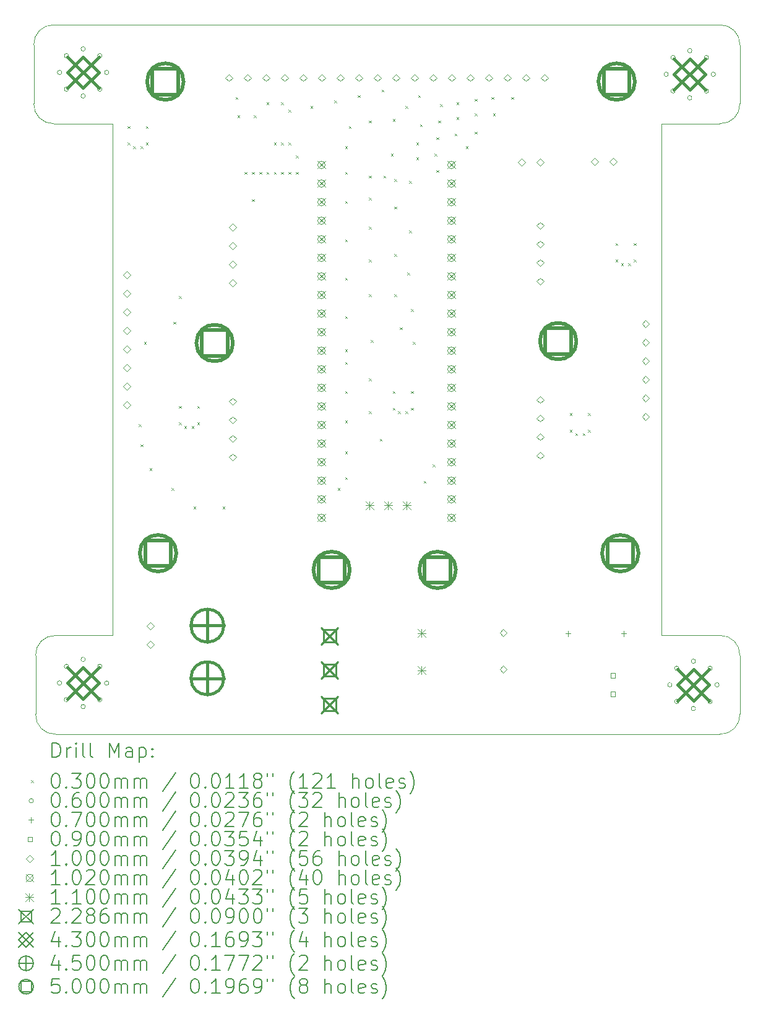
<source format=gbr>
%TF.GenerationSoftware,KiCad,Pcbnew,(6.0.9)*%
%TF.CreationDate,2022-12-13T13:26:17-05:00*%
%TF.ProjectId,Team5_Coaster_post_mdr_100x100,5465616d-355f-4436-9f61-737465725f70,rev?*%
%TF.SameCoordinates,Original*%
%TF.FileFunction,Drillmap*%
%TF.FilePolarity,Positive*%
%FSLAX45Y45*%
G04 Gerber Fmt 4.5, Leading zero omitted, Abs format (unit mm)*
G04 Created by KiCad (PCBNEW (6.0.9)) date 2022-12-13 13:26:17*
%MOMM*%
%LPD*%
G01*
G04 APERTURE LIST*
%ADD10C,0.100000*%
%ADD11C,0.200000*%
%ADD12C,0.030000*%
%ADD13C,0.060000*%
%ADD14C,0.070000*%
%ADD15C,0.090000*%
%ADD16C,0.102000*%
%ADD17C,0.110000*%
%ADD18C,0.228600*%
%ADD19C,0.430000*%
%ADD20C,0.450000*%
%ADD21C,0.500000*%
G04 APERTURE END LIST*
D10*
X8125000Y-7300000D02*
X8925000Y-7300000D01*
X8125000Y-5950000D02*
G75*
G03*
X7850000Y-6225000I-11440J-263560D01*
G01*
X7850000Y-7025000D02*
G75*
G03*
X8125000Y-7300000I263560J-11440D01*
G01*
X7850000Y-7025000D02*
X7850000Y-6225000D01*
X8125000Y-5950000D02*
X8925000Y-5950000D01*
X17236440Y-7300000D02*
X16436440Y-7300000D01*
X17511440Y-6225000D02*
X17511440Y-7025000D01*
X17511440Y-6225000D02*
G75*
G03*
X17236440Y-5950000I-263560J11440D01*
G01*
X17236440Y-5950000D02*
X16436440Y-5950000D01*
X17236440Y-7300000D02*
G75*
G03*
X17511440Y-7025000I11440J263560D01*
G01*
X8150000Y-14300000D02*
G75*
G03*
X7875000Y-14575000I-11440J-263560D01*
G01*
X7875000Y-15375000D02*
X7875000Y-14575000D01*
X8150000Y-14300000D02*
X8925000Y-14300000D01*
X8150000Y-15650000D02*
X8950000Y-15650000D01*
X7875000Y-15375000D02*
G75*
G03*
X8150000Y-15650000I263560J-11440D01*
G01*
X17236440Y-14300000D02*
X16436440Y-14300000D01*
X17511440Y-14575000D02*
G75*
G03*
X17236440Y-14300000I-263560J11440D01*
G01*
X17511440Y-14575000D02*
X17511440Y-15375000D01*
X17236440Y-15650000D02*
X16436440Y-15650000D01*
X17236440Y-15650000D02*
G75*
G03*
X17511440Y-15375000I11440J263560D01*
G01*
X16436440Y-14300000D02*
X16436440Y-7300000D01*
X8925000Y-5950000D02*
X16436440Y-5950000D01*
X8925000Y-7300000D02*
X8925000Y-14300000D01*
X8950000Y-15650000D02*
X16436440Y-15650000D01*
D11*
D12*
X9135000Y-7335000D02*
X9165000Y-7365000D01*
X9165000Y-7335000D02*
X9135000Y-7365000D01*
X9135000Y-7560000D02*
X9165000Y-7590000D01*
X9165000Y-7560000D02*
X9135000Y-7590000D01*
X9210000Y-7610000D02*
X9240000Y-7640000D01*
X9240000Y-7610000D02*
X9210000Y-7640000D01*
X9285000Y-11410000D02*
X9315000Y-11440000D01*
X9315000Y-11410000D02*
X9285000Y-11440000D01*
X9310000Y-7610000D02*
X9340000Y-7640000D01*
X9340000Y-7610000D02*
X9310000Y-7640000D01*
X9310000Y-11685000D02*
X9340000Y-11715000D01*
X9340000Y-11685000D02*
X9310000Y-11715000D01*
X9360000Y-10285000D02*
X9390000Y-10315000D01*
X9390000Y-10285000D02*
X9360000Y-10315000D01*
X9385000Y-7335000D02*
X9415000Y-7365000D01*
X9415000Y-7335000D02*
X9385000Y-7365000D01*
X9385000Y-7560000D02*
X9415000Y-7590000D01*
X9415000Y-7560000D02*
X9385000Y-7590000D01*
X9435000Y-12010000D02*
X9465000Y-12040000D01*
X9465000Y-12010000D02*
X9435000Y-12040000D01*
X9735000Y-12285000D02*
X9765000Y-12315000D01*
X9765000Y-12285000D02*
X9735000Y-12315000D01*
X9760000Y-10010000D02*
X9790000Y-10040000D01*
X9790000Y-10010000D02*
X9760000Y-10040000D01*
X9835000Y-9660000D02*
X9865000Y-9690000D01*
X9865000Y-9660000D02*
X9835000Y-9690000D01*
X9835000Y-11160000D02*
X9865000Y-11190000D01*
X9865000Y-11160000D02*
X9835000Y-11190000D01*
X9835000Y-11385000D02*
X9865000Y-11415000D01*
X9865000Y-11385000D02*
X9835000Y-11415000D01*
X9910000Y-11435000D02*
X9940000Y-11465000D01*
X9940000Y-11435000D02*
X9910000Y-11465000D01*
X10010000Y-11435000D02*
X10040000Y-11465000D01*
X10040000Y-11435000D02*
X10010000Y-11465000D01*
X10035000Y-12535000D02*
X10065000Y-12565000D01*
X10065000Y-12535000D02*
X10035000Y-12565000D01*
X10085000Y-11160000D02*
X10115000Y-11190000D01*
X10115000Y-11160000D02*
X10085000Y-11190000D01*
X10085000Y-11385000D02*
X10115000Y-11415000D01*
X10115000Y-11385000D02*
X10085000Y-11415000D01*
X10435000Y-12535000D02*
X10465000Y-12565000D01*
X10465000Y-12535000D02*
X10435000Y-12565000D01*
X10610000Y-6935000D02*
X10640000Y-6965000D01*
X10640000Y-6935000D02*
X10610000Y-6965000D01*
X10635000Y-7185000D02*
X10665000Y-7215000D01*
X10665000Y-7185000D02*
X10635000Y-7215000D01*
X10735000Y-7960000D02*
X10765000Y-7990000D01*
X10765000Y-7960000D02*
X10735000Y-7990000D01*
X10835000Y-7960000D02*
X10865000Y-7990000D01*
X10865000Y-7960000D02*
X10835000Y-7990000D01*
X10835000Y-8335000D02*
X10865000Y-8365000D01*
X10865000Y-8335000D02*
X10835000Y-8365000D01*
X10860000Y-7185000D02*
X10890000Y-7215000D01*
X10890000Y-7185000D02*
X10860000Y-7215000D01*
X10935000Y-7960000D02*
X10965000Y-7990000D01*
X10965000Y-7960000D02*
X10935000Y-7990000D01*
X11035000Y-7010000D02*
X11065000Y-7040000D01*
X11065000Y-7010000D02*
X11035000Y-7040000D01*
X11035000Y-7960000D02*
X11065000Y-7990000D01*
X11065000Y-7960000D02*
X11035000Y-7990000D01*
X11135000Y-7560000D02*
X11165000Y-7590000D01*
X11165000Y-7560000D02*
X11135000Y-7590000D01*
X11135000Y-7960000D02*
X11165000Y-7990000D01*
X11165000Y-7960000D02*
X11135000Y-7990000D01*
X11235000Y-7010000D02*
X11265000Y-7040000D01*
X11265000Y-7010000D02*
X11235000Y-7040000D01*
X11235000Y-7560000D02*
X11265000Y-7590000D01*
X11265000Y-7560000D02*
X11235000Y-7590000D01*
X11235000Y-7960000D02*
X11265000Y-7990000D01*
X11265000Y-7960000D02*
X11235000Y-7990000D01*
X11335000Y-7110000D02*
X11365000Y-7140000D01*
X11365000Y-7110000D02*
X11335000Y-7140000D01*
X11335000Y-7560000D02*
X11365000Y-7590000D01*
X11365000Y-7560000D02*
X11335000Y-7590000D01*
X11335000Y-7960000D02*
X11365000Y-7990000D01*
X11365000Y-7960000D02*
X11335000Y-7990000D01*
X11435000Y-7735000D02*
X11465000Y-7765000D01*
X11465000Y-7735000D02*
X11435000Y-7765000D01*
X11435000Y-7960000D02*
X11465000Y-7990000D01*
X11465000Y-7960000D02*
X11435000Y-7990000D01*
X11635000Y-7060000D02*
X11665000Y-7090000D01*
X11665000Y-7060000D02*
X11635000Y-7090000D01*
X11960000Y-6985000D02*
X11990000Y-7015000D01*
X11990000Y-6985000D02*
X11960000Y-7015000D01*
X12010000Y-12285000D02*
X12040000Y-12315000D01*
X12040000Y-12285000D02*
X12010000Y-12315000D01*
X12110000Y-7610000D02*
X12140000Y-7640000D01*
X12140000Y-7610000D02*
X12110000Y-7640000D01*
X12110000Y-7960000D02*
X12140000Y-7990000D01*
X12140000Y-7960000D02*
X12110000Y-7990000D01*
X12110000Y-8360000D02*
X12140000Y-8390000D01*
X12140000Y-8360000D02*
X12110000Y-8390000D01*
X12110000Y-8885000D02*
X12140000Y-8915000D01*
X12140000Y-8885000D02*
X12110000Y-8915000D01*
X12110000Y-9410000D02*
X12140000Y-9440000D01*
X12140000Y-9410000D02*
X12110000Y-9440000D01*
X12110000Y-9935000D02*
X12140000Y-9965000D01*
X12140000Y-9935000D02*
X12110000Y-9965000D01*
X12110000Y-10385000D02*
X12140000Y-10415000D01*
X12140000Y-10385000D02*
X12110000Y-10415000D01*
X12110000Y-10560000D02*
X12140000Y-10590000D01*
X12140000Y-10560000D02*
X12110000Y-10590000D01*
X12110000Y-10960000D02*
X12140000Y-10990000D01*
X12140000Y-10960000D02*
X12110000Y-10990000D01*
X12110000Y-11360000D02*
X12140000Y-11390000D01*
X12140000Y-11360000D02*
X12110000Y-11390000D01*
X12110000Y-11785000D02*
X12140000Y-11815000D01*
X12140000Y-11785000D02*
X12110000Y-11815000D01*
X12110000Y-12135000D02*
X12140000Y-12165000D01*
X12140000Y-12135000D02*
X12110000Y-12165000D01*
X12160000Y-7335000D02*
X12190000Y-7365000D01*
X12190000Y-7335000D02*
X12160000Y-7365000D01*
X12285000Y-6910000D02*
X12315000Y-6940000D01*
X12315000Y-6910000D02*
X12285000Y-6940000D01*
X12435000Y-7260000D02*
X12465000Y-7290000D01*
X12465000Y-7260000D02*
X12435000Y-7290000D01*
X12435000Y-8010000D02*
X12465000Y-8040000D01*
X12465000Y-8010000D02*
X12435000Y-8040000D01*
X12435000Y-8310000D02*
X12465000Y-8340000D01*
X12465000Y-8310000D02*
X12435000Y-8340000D01*
X12435000Y-8710000D02*
X12465000Y-8740000D01*
X12465000Y-8710000D02*
X12435000Y-8740000D01*
X12435000Y-9160000D02*
X12465000Y-9190000D01*
X12465000Y-9160000D02*
X12435000Y-9190000D01*
X12435000Y-9635000D02*
X12465000Y-9665000D01*
X12465000Y-9635000D02*
X12435000Y-9665000D01*
X12435000Y-10785000D02*
X12465000Y-10815000D01*
X12465000Y-10785000D02*
X12435000Y-10815000D01*
X12435000Y-11235000D02*
X12465000Y-11265000D01*
X12465000Y-11235000D02*
X12435000Y-11265000D01*
X12460000Y-10260000D02*
X12490000Y-10290000D01*
X12490000Y-10260000D02*
X12460000Y-10290000D01*
X12585000Y-11610000D02*
X12615000Y-11640000D01*
X12615000Y-11610000D02*
X12585000Y-11640000D01*
X12610000Y-6835000D02*
X12640000Y-6865000D01*
X12640000Y-6835000D02*
X12610000Y-6865000D01*
X12635000Y-8010000D02*
X12665000Y-8040000D01*
X12665000Y-8010000D02*
X12635000Y-8040000D01*
X12735000Y-7710000D02*
X12765000Y-7740000D01*
X12765000Y-7710000D02*
X12735000Y-7740000D01*
X12760000Y-7235000D02*
X12790000Y-7265000D01*
X12790000Y-7235000D02*
X12760000Y-7265000D01*
X12760000Y-10960000D02*
X12790000Y-10990000D01*
X12790000Y-10960000D02*
X12760000Y-10990000D01*
X12760000Y-11185000D02*
X12790000Y-11215000D01*
X12790000Y-11185000D02*
X12760000Y-11215000D01*
X12785000Y-8060000D02*
X12815000Y-8090000D01*
X12815000Y-8060000D02*
X12785000Y-8090000D01*
X12785000Y-8435000D02*
X12815000Y-8465000D01*
X12815000Y-8435000D02*
X12785000Y-8465000D01*
X12785000Y-9085000D02*
X12815000Y-9115000D01*
X12815000Y-9085000D02*
X12785000Y-9115000D01*
X12785000Y-9635000D02*
X12815000Y-9665000D01*
X12815000Y-9635000D02*
X12785000Y-9665000D01*
X12835000Y-11235000D02*
X12865000Y-11265000D01*
X12865000Y-11235000D02*
X12835000Y-11265000D01*
X12860000Y-10085000D02*
X12890000Y-10115000D01*
X12890000Y-10085000D02*
X12860000Y-10115000D01*
X12935000Y-7060000D02*
X12965000Y-7090000D01*
X12965000Y-7060000D02*
X12935000Y-7090000D01*
X12935000Y-11235000D02*
X12965000Y-11265000D01*
X12965000Y-11235000D02*
X12935000Y-11265000D01*
X12960000Y-9335000D02*
X12990000Y-9365000D01*
X12990000Y-9335000D02*
X12960000Y-9365000D01*
X12985000Y-8085000D02*
X13015000Y-8115000D01*
X13015000Y-8085000D02*
X12985000Y-8115000D01*
X12985000Y-8760000D02*
X13015000Y-8790000D01*
X13015000Y-8760000D02*
X12985000Y-8790000D01*
X13010000Y-9835000D02*
X13040000Y-9865000D01*
X13040000Y-9835000D02*
X13010000Y-9865000D01*
X13010000Y-10960000D02*
X13040000Y-10990000D01*
X13040000Y-10960000D02*
X13010000Y-10990000D01*
X13010000Y-11185000D02*
X13040000Y-11215000D01*
X13040000Y-11185000D02*
X13010000Y-11215000D01*
X13035000Y-10285000D02*
X13065000Y-10315000D01*
X13065000Y-10285000D02*
X13035000Y-10315000D01*
X13085000Y-7560000D02*
X13115000Y-7590000D01*
X13115000Y-7560000D02*
X13085000Y-7590000D01*
X13085000Y-7760000D02*
X13115000Y-7790000D01*
X13115000Y-7760000D02*
X13085000Y-7790000D01*
X13110000Y-6910000D02*
X13140000Y-6940000D01*
X13140000Y-6910000D02*
X13110000Y-6940000D01*
X13135000Y-7310000D02*
X13165000Y-7340000D01*
X13165000Y-7310000D02*
X13135000Y-7340000D01*
X13185000Y-12185000D02*
X13215000Y-12215000D01*
X13215000Y-12185000D02*
X13185000Y-12215000D01*
X13310000Y-11960000D02*
X13340000Y-11990000D01*
X13340000Y-11960000D02*
X13310000Y-11990000D01*
X13335000Y-7710000D02*
X13365000Y-7740000D01*
X13365000Y-7710000D02*
X13335000Y-7740000D01*
X13360000Y-7485000D02*
X13390000Y-7515000D01*
X13390000Y-7485000D02*
X13360000Y-7515000D01*
X13360000Y-7935000D02*
X13390000Y-7965000D01*
X13390000Y-7935000D02*
X13360000Y-7965000D01*
X13385000Y-7260000D02*
X13415000Y-7290000D01*
X13415000Y-7260000D02*
X13385000Y-7290000D01*
X13410000Y-7035000D02*
X13440000Y-7065000D01*
X13440000Y-7035000D02*
X13410000Y-7065000D01*
X13610000Y-7435000D02*
X13640000Y-7465000D01*
X13640000Y-7435000D02*
X13610000Y-7465000D01*
X13635000Y-7010000D02*
X13665000Y-7040000D01*
X13665000Y-7010000D02*
X13635000Y-7040000D01*
X13635000Y-7210000D02*
X13665000Y-7240000D01*
X13665000Y-7210000D02*
X13635000Y-7240000D01*
X13760000Y-7610000D02*
X13790000Y-7640000D01*
X13790000Y-7610000D02*
X13760000Y-7640000D01*
X13885000Y-6960000D02*
X13915000Y-6990000D01*
X13915000Y-6960000D02*
X13885000Y-6990000D01*
X13885000Y-7160000D02*
X13915000Y-7190000D01*
X13915000Y-7160000D02*
X13885000Y-7190000D01*
X13885000Y-7410000D02*
X13915000Y-7440000D01*
X13915000Y-7410000D02*
X13885000Y-7440000D01*
X14110000Y-6935000D02*
X14140000Y-6965000D01*
X14140000Y-6935000D02*
X14110000Y-6965000D01*
X14135000Y-7160000D02*
X14165000Y-7190000D01*
X14165000Y-7160000D02*
X14135000Y-7190000D01*
X14385000Y-6935000D02*
X14415000Y-6965000D01*
X14415000Y-6935000D02*
X14385000Y-6965000D01*
X15185000Y-11260000D02*
X15215000Y-11290000D01*
X15215000Y-11260000D02*
X15185000Y-11290000D01*
X15185000Y-11485000D02*
X15215000Y-11515000D01*
X15215000Y-11485000D02*
X15185000Y-11515000D01*
X15260000Y-11535000D02*
X15290000Y-11565000D01*
X15290000Y-11535000D02*
X15260000Y-11565000D01*
X15360000Y-11535000D02*
X15390000Y-11565000D01*
X15390000Y-11535000D02*
X15360000Y-11565000D01*
X15435000Y-11260000D02*
X15465000Y-11290000D01*
X15465000Y-11260000D02*
X15435000Y-11290000D01*
X15435000Y-11485000D02*
X15465000Y-11515000D01*
X15465000Y-11485000D02*
X15435000Y-11515000D01*
X15810000Y-8935000D02*
X15840000Y-8965000D01*
X15840000Y-8935000D02*
X15810000Y-8965000D01*
X15810000Y-9160000D02*
X15840000Y-9190000D01*
X15840000Y-9160000D02*
X15810000Y-9190000D01*
X15885000Y-9210000D02*
X15915000Y-9240000D01*
X15915000Y-9210000D02*
X15885000Y-9240000D01*
X15985000Y-9210000D02*
X16015000Y-9240000D01*
X16015000Y-9210000D02*
X15985000Y-9240000D01*
X16060000Y-8935000D02*
X16090000Y-8965000D01*
X16090000Y-8935000D02*
X16060000Y-8965000D01*
X16060000Y-9160000D02*
X16090000Y-9190000D01*
X16090000Y-9160000D02*
X16060000Y-9190000D01*
D13*
X8232500Y-6600000D02*
G75*
G03*
X8232500Y-6600000I-30000J0D01*
G01*
X8232500Y-14950000D02*
G75*
G03*
X8232500Y-14950000I-30000J0D01*
G01*
X8326958Y-6371958D02*
G75*
G03*
X8326958Y-6371958I-30000J0D01*
G01*
X8326958Y-6828042D02*
G75*
G03*
X8326958Y-6828042I-30000J0D01*
G01*
X8326958Y-14721958D02*
G75*
G03*
X8326958Y-14721958I-30000J0D01*
G01*
X8326958Y-15178042D02*
G75*
G03*
X8326958Y-15178042I-30000J0D01*
G01*
X8555000Y-6277500D02*
G75*
G03*
X8555000Y-6277500I-30000J0D01*
G01*
X8555000Y-6922500D02*
G75*
G03*
X8555000Y-6922500I-30000J0D01*
G01*
X8555000Y-14627500D02*
G75*
G03*
X8555000Y-14627500I-30000J0D01*
G01*
X8555000Y-15272500D02*
G75*
G03*
X8555000Y-15272500I-30000J0D01*
G01*
X8783042Y-6371958D02*
G75*
G03*
X8783042Y-6371958I-30000J0D01*
G01*
X8783042Y-6828042D02*
G75*
G03*
X8783042Y-6828042I-30000J0D01*
G01*
X8783042Y-14721958D02*
G75*
G03*
X8783042Y-14721958I-30000J0D01*
G01*
X8783042Y-15178042D02*
G75*
G03*
X8783042Y-15178042I-30000J0D01*
G01*
X8877500Y-6600000D02*
G75*
G03*
X8877500Y-6600000I-30000J0D01*
G01*
X8877500Y-14950000D02*
G75*
G03*
X8877500Y-14950000I-30000J0D01*
G01*
X16532500Y-6625000D02*
G75*
G03*
X16532500Y-6625000I-30000J0D01*
G01*
X16582500Y-14975000D02*
G75*
G03*
X16582500Y-14975000I-30000J0D01*
G01*
X16626958Y-6396958D02*
G75*
G03*
X16626958Y-6396958I-30000J0D01*
G01*
X16626958Y-6853042D02*
G75*
G03*
X16626958Y-6853042I-30000J0D01*
G01*
X16676958Y-14746958D02*
G75*
G03*
X16676958Y-14746958I-30000J0D01*
G01*
X16676958Y-15203042D02*
G75*
G03*
X16676958Y-15203042I-30000J0D01*
G01*
X16855000Y-6302500D02*
G75*
G03*
X16855000Y-6302500I-30000J0D01*
G01*
X16855000Y-6947500D02*
G75*
G03*
X16855000Y-6947500I-30000J0D01*
G01*
X16905000Y-14652500D02*
G75*
G03*
X16905000Y-14652500I-30000J0D01*
G01*
X16905000Y-15297500D02*
G75*
G03*
X16905000Y-15297500I-30000J0D01*
G01*
X17083042Y-6396958D02*
G75*
G03*
X17083042Y-6396958I-30000J0D01*
G01*
X17083042Y-6853042D02*
G75*
G03*
X17083042Y-6853042I-30000J0D01*
G01*
X17133042Y-14746958D02*
G75*
G03*
X17133042Y-14746958I-30000J0D01*
G01*
X17133042Y-15203042D02*
G75*
G03*
X17133042Y-15203042I-30000J0D01*
G01*
X17177500Y-6625000D02*
G75*
G03*
X17177500Y-6625000I-30000J0D01*
G01*
X17227500Y-14975000D02*
G75*
G03*
X17227500Y-14975000I-30000J0D01*
G01*
D14*
X15163000Y-14240000D02*
X15163000Y-14310000D01*
X15128000Y-14275000D02*
X15198000Y-14275000D01*
X15925000Y-14240000D02*
X15925000Y-14310000D01*
X15890000Y-14275000D02*
X15960000Y-14275000D01*
D15*
X15806820Y-14880320D02*
X15806820Y-14816680D01*
X15743180Y-14816680D01*
X15743180Y-14880320D01*
X15806820Y-14880320D01*
X15806820Y-15134320D02*
X15806820Y-15070680D01*
X15743180Y-15070680D01*
X15743180Y-15134320D01*
X15806820Y-15134320D01*
D10*
X9125000Y-9421000D02*
X9175000Y-9371000D01*
X9125000Y-9321000D01*
X9075000Y-9371000D01*
X9125000Y-9421000D01*
X9125000Y-9675000D02*
X9175000Y-9625000D01*
X9125000Y-9575000D01*
X9075000Y-9625000D01*
X9125000Y-9675000D01*
X9125000Y-9929000D02*
X9175000Y-9879000D01*
X9125000Y-9829000D01*
X9075000Y-9879000D01*
X9125000Y-9929000D01*
X9125000Y-10183000D02*
X9175000Y-10133000D01*
X9125000Y-10083000D01*
X9075000Y-10133000D01*
X9125000Y-10183000D01*
X9125000Y-10437000D02*
X9175000Y-10387000D01*
X9125000Y-10337000D01*
X9075000Y-10387000D01*
X9125000Y-10437000D01*
X9125000Y-10691000D02*
X9175000Y-10641000D01*
X9125000Y-10591000D01*
X9075000Y-10641000D01*
X9125000Y-10691000D01*
X9125000Y-10945000D02*
X9175000Y-10895000D01*
X9125000Y-10845000D01*
X9075000Y-10895000D01*
X9125000Y-10945000D01*
X9125000Y-11199000D02*
X9175000Y-11149000D01*
X9125000Y-11099000D01*
X9075000Y-11149000D01*
X9125000Y-11199000D01*
X9447500Y-14221000D02*
X9497500Y-14171000D01*
X9447500Y-14121000D01*
X9397500Y-14171000D01*
X9447500Y-14221000D01*
X9447500Y-14475000D02*
X9497500Y-14425000D01*
X9447500Y-14375000D01*
X9397500Y-14425000D01*
X9447500Y-14475000D01*
X10517500Y-6722500D02*
X10567500Y-6672500D01*
X10517500Y-6622500D01*
X10467500Y-6672500D01*
X10517500Y-6722500D01*
X10572500Y-8768000D02*
X10622500Y-8718000D01*
X10572500Y-8668000D01*
X10522500Y-8718000D01*
X10572500Y-8768000D01*
X10572500Y-9022000D02*
X10622500Y-8972000D01*
X10572500Y-8922000D01*
X10522500Y-8972000D01*
X10572500Y-9022000D01*
X10572500Y-9276000D02*
X10622500Y-9226000D01*
X10572500Y-9176000D01*
X10522500Y-9226000D01*
X10572500Y-9276000D01*
X10572500Y-9530000D02*
X10622500Y-9480000D01*
X10572500Y-9430000D01*
X10522500Y-9480000D01*
X10572500Y-9530000D01*
X10572500Y-11150000D02*
X10622500Y-11100000D01*
X10572500Y-11050000D01*
X10522500Y-11100000D01*
X10572500Y-11150000D01*
X10572500Y-11404000D02*
X10622500Y-11354000D01*
X10572500Y-11304000D01*
X10522500Y-11354000D01*
X10572500Y-11404000D01*
X10572500Y-11658000D02*
X10622500Y-11608000D01*
X10572500Y-11558000D01*
X10522500Y-11608000D01*
X10572500Y-11658000D01*
X10572500Y-11912000D02*
X10622500Y-11862000D01*
X10572500Y-11812000D01*
X10522500Y-11862000D01*
X10572500Y-11912000D01*
X10771500Y-6722500D02*
X10821500Y-6672500D01*
X10771500Y-6622500D01*
X10721500Y-6672500D01*
X10771500Y-6722500D01*
X11025500Y-6722500D02*
X11075500Y-6672500D01*
X11025500Y-6622500D01*
X10975500Y-6672500D01*
X11025500Y-6722500D01*
X11279500Y-6722500D02*
X11329500Y-6672500D01*
X11279500Y-6622500D01*
X11229500Y-6672500D01*
X11279500Y-6722500D01*
X11533500Y-6722500D02*
X11583500Y-6672500D01*
X11533500Y-6622500D01*
X11483500Y-6672500D01*
X11533500Y-6722500D01*
X11787500Y-6722500D02*
X11837500Y-6672500D01*
X11787500Y-6622500D01*
X11737500Y-6672500D01*
X11787500Y-6722500D01*
X12041500Y-6722500D02*
X12091500Y-6672500D01*
X12041500Y-6622500D01*
X11991500Y-6672500D01*
X12041500Y-6722500D01*
X12295500Y-6722500D02*
X12345500Y-6672500D01*
X12295500Y-6622500D01*
X12245500Y-6672500D01*
X12295500Y-6722500D01*
X12549500Y-6722500D02*
X12599500Y-6672500D01*
X12549500Y-6622500D01*
X12499500Y-6672500D01*
X12549500Y-6722500D01*
X12803500Y-6722500D02*
X12853500Y-6672500D01*
X12803500Y-6622500D01*
X12753500Y-6672500D01*
X12803500Y-6722500D01*
X13057500Y-6722500D02*
X13107500Y-6672500D01*
X13057500Y-6622500D01*
X13007500Y-6672500D01*
X13057500Y-6722500D01*
X13311500Y-6722500D02*
X13361500Y-6672500D01*
X13311500Y-6622500D01*
X13261500Y-6672500D01*
X13311500Y-6722500D01*
X13565500Y-6722500D02*
X13615500Y-6672500D01*
X13565500Y-6622500D01*
X13515500Y-6672500D01*
X13565500Y-6722500D01*
X13819500Y-6722500D02*
X13869500Y-6672500D01*
X13819500Y-6622500D01*
X13769500Y-6672500D01*
X13819500Y-6722500D01*
X14073500Y-6722500D02*
X14123500Y-6672500D01*
X14073500Y-6622500D01*
X14023500Y-6672500D01*
X14073500Y-6722500D01*
X14275000Y-14313232D02*
X14325000Y-14263232D01*
X14275000Y-14213232D01*
X14225000Y-14263232D01*
X14275000Y-14313232D01*
X14275000Y-14813232D02*
X14325000Y-14763232D01*
X14275000Y-14713232D01*
X14225000Y-14763232D01*
X14275000Y-14813232D01*
X14327500Y-6722500D02*
X14377500Y-6672500D01*
X14327500Y-6622500D01*
X14277500Y-6672500D01*
X14327500Y-6722500D01*
X14525000Y-7875250D02*
X14575000Y-7825250D01*
X14525000Y-7775250D01*
X14475000Y-7825250D01*
X14525000Y-7875250D01*
X14581500Y-6722500D02*
X14631500Y-6672500D01*
X14581500Y-6622500D01*
X14531500Y-6672500D01*
X14581500Y-6722500D01*
X14777500Y-8745000D02*
X14827500Y-8695000D01*
X14777500Y-8645000D01*
X14727500Y-8695000D01*
X14777500Y-8745000D01*
X14777500Y-8999000D02*
X14827500Y-8949000D01*
X14777500Y-8899000D01*
X14727500Y-8949000D01*
X14777500Y-8999000D01*
X14777500Y-9253000D02*
X14827500Y-9203000D01*
X14777500Y-9153000D01*
X14727500Y-9203000D01*
X14777500Y-9253000D01*
X14777500Y-9507000D02*
X14827500Y-9457000D01*
X14777500Y-9407000D01*
X14727500Y-9457000D01*
X14777500Y-9507000D01*
X14777500Y-11125000D02*
X14827500Y-11075000D01*
X14777500Y-11025000D01*
X14727500Y-11075000D01*
X14777500Y-11125000D01*
X14777500Y-11379000D02*
X14827500Y-11329000D01*
X14777500Y-11279000D01*
X14727500Y-11329000D01*
X14777500Y-11379000D01*
X14777500Y-11633000D02*
X14827500Y-11583000D01*
X14777500Y-11533000D01*
X14727500Y-11583000D01*
X14777500Y-11633000D01*
X14777500Y-11887000D02*
X14827500Y-11837000D01*
X14777500Y-11787000D01*
X14727500Y-11837000D01*
X14777500Y-11887000D01*
X14779000Y-7875250D02*
X14829000Y-7825250D01*
X14779000Y-7775250D01*
X14729000Y-7825250D01*
X14779000Y-7875250D01*
X14835500Y-6722500D02*
X14885500Y-6672500D01*
X14835500Y-6622500D01*
X14785500Y-6672500D01*
X14835500Y-6722500D01*
X15525000Y-7872500D02*
X15575000Y-7822500D01*
X15525000Y-7772500D01*
X15475000Y-7822500D01*
X15525000Y-7872500D01*
X15779000Y-7872500D02*
X15829000Y-7822500D01*
X15779000Y-7772500D01*
X15729000Y-7822500D01*
X15779000Y-7872500D01*
X16222500Y-10087500D02*
X16272500Y-10037500D01*
X16222500Y-9987500D01*
X16172500Y-10037500D01*
X16222500Y-10087500D01*
X16222500Y-10341500D02*
X16272500Y-10291500D01*
X16222500Y-10241500D01*
X16172500Y-10291500D01*
X16222500Y-10341500D01*
X16222500Y-10595500D02*
X16272500Y-10545500D01*
X16222500Y-10495500D01*
X16172500Y-10545500D01*
X16222500Y-10595500D01*
X16222500Y-10849500D02*
X16272500Y-10799500D01*
X16222500Y-10749500D01*
X16172500Y-10799500D01*
X16222500Y-10849500D01*
X16222500Y-11103500D02*
X16272500Y-11053500D01*
X16222500Y-11003500D01*
X16172500Y-11053500D01*
X16222500Y-11103500D01*
X16222500Y-11357500D02*
X16272500Y-11307500D01*
X16222500Y-11257500D01*
X16172500Y-11307500D01*
X16222500Y-11357500D01*
D16*
X11735000Y-7813750D02*
X11837000Y-7915750D01*
X11837000Y-7813750D02*
X11735000Y-7915750D01*
X11837000Y-7864750D02*
G75*
G03*
X11837000Y-7864750I-51000J0D01*
G01*
X11735000Y-8067750D02*
X11837000Y-8169750D01*
X11837000Y-8067750D02*
X11735000Y-8169750D01*
X11837000Y-8118750D02*
G75*
G03*
X11837000Y-8118750I-51000J0D01*
G01*
X11735000Y-8321750D02*
X11837000Y-8423750D01*
X11837000Y-8321750D02*
X11735000Y-8423750D01*
X11837000Y-8372750D02*
G75*
G03*
X11837000Y-8372750I-51000J0D01*
G01*
X11735000Y-8575750D02*
X11837000Y-8677750D01*
X11837000Y-8575750D02*
X11735000Y-8677750D01*
X11837000Y-8626750D02*
G75*
G03*
X11837000Y-8626750I-51000J0D01*
G01*
X11735000Y-8829750D02*
X11837000Y-8931750D01*
X11837000Y-8829750D02*
X11735000Y-8931750D01*
X11837000Y-8880750D02*
G75*
G03*
X11837000Y-8880750I-51000J0D01*
G01*
X11735000Y-9083750D02*
X11837000Y-9185750D01*
X11837000Y-9083750D02*
X11735000Y-9185750D01*
X11837000Y-9134750D02*
G75*
G03*
X11837000Y-9134750I-51000J0D01*
G01*
X11735000Y-9337750D02*
X11837000Y-9439750D01*
X11837000Y-9337750D02*
X11735000Y-9439750D01*
X11837000Y-9388750D02*
G75*
G03*
X11837000Y-9388750I-51000J0D01*
G01*
X11735000Y-9591750D02*
X11837000Y-9693750D01*
X11837000Y-9591750D02*
X11735000Y-9693750D01*
X11837000Y-9642750D02*
G75*
G03*
X11837000Y-9642750I-51000J0D01*
G01*
X11735000Y-9845750D02*
X11837000Y-9947750D01*
X11837000Y-9845750D02*
X11735000Y-9947750D01*
X11837000Y-9896750D02*
G75*
G03*
X11837000Y-9896750I-51000J0D01*
G01*
X11735000Y-10099750D02*
X11837000Y-10201750D01*
X11837000Y-10099750D02*
X11735000Y-10201750D01*
X11837000Y-10150750D02*
G75*
G03*
X11837000Y-10150750I-51000J0D01*
G01*
X11735000Y-10353750D02*
X11837000Y-10455750D01*
X11837000Y-10353750D02*
X11735000Y-10455750D01*
X11837000Y-10404750D02*
G75*
G03*
X11837000Y-10404750I-51000J0D01*
G01*
X11735000Y-10607750D02*
X11837000Y-10709750D01*
X11837000Y-10607750D02*
X11735000Y-10709750D01*
X11837000Y-10658750D02*
G75*
G03*
X11837000Y-10658750I-51000J0D01*
G01*
X11735000Y-10861750D02*
X11837000Y-10963750D01*
X11837000Y-10861750D02*
X11735000Y-10963750D01*
X11837000Y-10912750D02*
G75*
G03*
X11837000Y-10912750I-51000J0D01*
G01*
X11735000Y-11115750D02*
X11837000Y-11217750D01*
X11837000Y-11115750D02*
X11735000Y-11217750D01*
X11837000Y-11166750D02*
G75*
G03*
X11837000Y-11166750I-51000J0D01*
G01*
X11735000Y-11369750D02*
X11837000Y-11471750D01*
X11837000Y-11369750D02*
X11735000Y-11471750D01*
X11837000Y-11420750D02*
G75*
G03*
X11837000Y-11420750I-51000J0D01*
G01*
X11735000Y-11623750D02*
X11837000Y-11725750D01*
X11837000Y-11623750D02*
X11735000Y-11725750D01*
X11837000Y-11674750D02*
G75*
G03*
X11837000Y-11674750I-51000J0D01*
G01*
X11735000Y-11877750D02*
X11837000Y-11979750D01*
X11837000Y-11877750D02*
X11735000Y-11979750D01*
X11837000Y-11928750D02*
G75*
G03*
X11837000Y-11928750I-51000J0D01*
G01*
X11735000Y-12131750D02*
X11837000Y-12233750D01*
X11837000Y-12131750D02*
X11735000Y-12233750D01*
X11837000Y-12182750D02*
G75*
G03*
X11837000Y-12182750I-51000J0D01*
G01*
X11735000Y-12385750D02*
X11837000Y-12487750D01*
X11837000Y-12385750D02*
X11735000Y-12487750D01*
X11837000Y-12436750D02*
G75*
G03*
X11837000Y-12436750I-51000J0D01*
G01*
X11735000Y-12639750D02*
X11837000Y-12741750D01*
X11837000Y-12639750D02*
X11735000Y-12741750D01*
X11837000Y-12690750D02*
G75*
G03*
X11837000Y-12690750I-51000J0D01*
G01*
X13513000Y-7813750D02*
X13615000Y-7915750D01*
X13615000Y-7813750D02*
X13513000Y-7915750D01*
X13615000Y-7864750D02*
G75*
G03*
X13615000Y-7864750I-51000J0D01*
G01*
X13513000Y-8067750D02*
X13615000Y-8169750D01*
X13615000Y-8067750D02*
X13513000Y-8169750D01*
X13615000Y-8118750D02*
G75*
G03*
X13615000Y-8118750I-51000J0D01*
G01*
X13513000Y-8321750D02*
X13615000Y-8423750D01*
X13615000Y-8321750D02*
X13513000Y-8423750D01*
X13615000Y-8372750D02*
G75*
G03*
X13615000Y-8372750I-51000J0D01*
G01*
X13513000Y-8575750D02*
X13615000Y-8677750D01*
X13615000Y-8575750D02*
X13513000Y-8677750D01*
X13615000Y-8626750D02*
G75*
G03*
X13615000Y-8626750I-51000J0D01*
G01*
X13513000Y-8829750D02*
X13615000Y-8931750D01*
X13615000Y-8829750D02*
X13513000Y-8931750D01*
X13615000Y-8880750D02*
G75*
G03*
X13615000Y-8880750I-51000J0D01*
G01*
X13513000Y-9083750D02*
X13615000Y-9185750D01*
X13615000Y-9083750D02*
X13513000Y-9185750D01*
X13615000Y-9134750D02*
G75*
G03*
X13615000Y-9134750I-51000J0D01*
G01*
X13513000Y-9337750D02*
X13615000Y-9439750D01*
X13615000Y-9337750D02*
X13513000Y-9439750D01*
X13615000Y-9388750D02*
G75*
G03*
X13615000Y-9388750I-51000J0D01*
G01*
X13513000Y-9591750D02*
X13615000Y-9693750D01*
X13615000Y-9591750D02*
X13513000Y-9693750D01*
X13615000Y-9642750D02*
G75*
G03*
X13615000Y-9642750I-51000J0D01*
G01*
X13513000Y-9845750D02*
X13615000Y-9947750D01*
X13615000Y-9845750D02*
X13513000Y-9947750D01*
X13615000Y-9896750D02*
G75*
G03*
X13615000Y-9896750I-51000J0D01*
G01*
X13513000Y-10099750D02*
X13615000Y-10201750D01*
X13615000Y-10099750D02*
X13513000Y-10201750D01*
X13615000Y-10150750D02*
G75*
G03*
X13615000Y-10150750I-51000J0D01*
G01*
X13513000Y-10353750D02*
X13615000Y-10455750D01*
X13615000Y-10353750D02*
X13513000Y-10455750D01*
X13615000Y-10404750D02*
G75*
G03*
X13615000Y-10404750I-51000J0D01*
G01*
X13513000Y-10607750D02*
X13615000Y-10709750D01*
X13615000Y-10607750D02*
X13513000Y-10709750D01*
X13615000Y-10658750D02*
G75*
G03*
X13615000Y-10658750I-51000J0D01*
G01*
X13513000Y-10861750D02*
X13615000Y-10963750D01*
X13615000Y-10861750D02*
X13513000Y-10963750D01*
X13615000Y-10912750D02*
G75*
G03*
X13615000Y-10912750I-51000J0D01*
G01*
X13513000Y-11115750D02*
X13615000Y-11217750D01*
X13615000Y-11115750D02*
X13513000Y-11217750D01*
X13615000Y-11166750D02*
G75*
G03*
X13615000Y-11166750I-51000J0D01*
G01*
X13513000Y-11369750D02*
X13615000Y-11471750D01*
X13615000Y-11369750D02*
X13513000Y-11471750D01*
X13615000Y-11420750D02*
G75*
G03*
X13615000Y-11420750I-51000J0D01*
G01*
X13513000Y-11623750D02*
X13615000Y-11725750D01*
X13615000Y-11623750D02*
X13513000Y-11725750D01*
X13615000Y-11674750D02*
G75*
G03*
X13615000Y-11674750I-51000J0D01*
G01*
X13513000Y-11877750D02*
X13615000Y-11979750D01*
X13615000Y-11877750D02*
X13513000Y-11979750D01*
X13615000Y-11928750D02*
G75*
G03*
X13615000Y-11928750I-51000J0D01*
G01*
X13513000Y-12131750D02*
X13615000Y-12233750D01*
X13615000Y-12131750D02*
X13513000Y-12233750D01*
X13615000Y-12182750D02*
G75*
G03*
X13615000Y-12182750I-51000J0D01*
G01*
X13513000Y-12385750D02*
X13615000Y-12487750D01*
X13615000Y-12385750D02*
X13513000Y-12487750D01*
X13615000Y-12436750D02*
G75*
G03*
X13615000Y-12436750I-51000J0D01*
G01*
X13513000Y-12639750D02*
X13615000Y-12741750D01*
X13615000Y-12639750D02*
X13513000Y-12741750D01*
X13615000Y-12690750D02*
G75*
G03*
X13615000Y-12690750I-51000J0D01*
G01*
D17*
X12391000Y-12467250D02*
X12501000Y-12577250D01*
X12501000Y-12467250D02*
X12391000Y-12577250D01*
X12446000Y-12467250D02*
X12446000Y-12577250D01*
X12391000Y-12522250D02*
X12501000Y-12522250D01*
X12645000Y-12467250D02*
X12755000Y-12577250D01*
X12755000Y-12467250D02*
X12645000Y-12577250D01*
X12700000Y-12467250D02*
X12700000Y-12577250D01*
X12645000Y-12522250D02*
X12755000Y-12522250D01*
X12899000Y-12467250D02*
X13009000Y-12577250D01*
X13009000Y-12467250D02*
X12899000Y-12577250D01*
X12954000Y-12467250D02*
X12954000Y-12577250D01*
X12899000Y-12522250D02*
X13009000Y-12522250D01*
X13100500Y-14214535D02*
X13210500Y-14324535D01*
X13210500Y-14214535D02*
X13100500Y-14324535D01*
X13155500Y-14214535D02*
X13155500Y-14324535D01*
X13100500Y-14269535D02*
X13210500Y-14269535D01*
X13100500Y-14722535D02*
X13210500Y-14832535D01*
X13210500Y-14722535D02*
X13100500Y-14832535D01*
X13155500Y-14722535D02*
X13155500Y-14832535D01*
X13100500Y-14777535D02*
X13210500Y-14777535D01*
D18*
X11785700Y-14190800D02*
X12014300Y-14419400D01*
X12014300Y-14190800D02*
X11785700Y-14419400D01*
X11980823Y-14385923D02*
X11980823Y-14224277D01*
X11819177Y-14224277D01*
X11819177Y-14385923D01*
X11980823Y-14385923D01*
X11785700Y-14660700D02*
X12014300Y-14889300D01*
X12014300Y-14660700D02*
X11785700Y-14889300D01*
X11980823Y-14855823D02*
X11980823Y-14694177D01*
X11819177Y-14694177D01*
X11819177Y-14855823D01*
X11980823Y-14855823D01*
X11785700Y-15130600D02*
X12014300Y-15359200D01*
X12014300Y-15130600D02*
X11785700Y-15359200D01*
X11980823Y-15325723D02*
X11980823Y-15164077D01*
X11819177Y-15164077D01*
X11819177Y-15325723D01*
X11980823Y-15325723D01*
D19*
X8310000Y-6385000D02*
X8740000Y-6815000D01*
X8740000Y-6385000D02*
X8310000Y-6815000D01*
X8525000Y-6815000D02*
X8740000Y-6600000D01*
X8525000Y-6385000D01*
X8310000Y-6600000D01*
X8525000Y-6815000D01*
X8310000Y-14735000D02*
X8740000Y-15165000D01*
X8740000Y-14735000D02*
X8310000Y-15165000D01*
X8525000Y-15165000D02*
X8740000Y-14950000D01*
X8525000Y-14735000D01*
X8310000Y-14950000D01*
X8525000Y-15165000D01*
X16610000Y-6410000D02*
X17040000Y-6840000D01*
X17040000Y-6410000D02*
X16610000Y-6840000D01*
X16825000Y-6840000D02*
X17040000Y-6625000D01*
X16825000Y-6410000D01*
X16610000Y-6625000D01*
X16825000Y-6840000D01*
X16660000Y-14760000D02*
X17090000Y-15190000D01*
X17090000Y-14760000D02*
X16660000Y-15190000D01*
X16875000Y-15190000D02*
X17090000Y-14975000D01*
X16875000Y-14760000D01*
X16660000Y-14975000D01*
X16875000Y-15190000D01*
D20*
X10225000Y-13940000D02*
X10225000Y-14390000D01*
X10000000Y-14165000D02*
X10450000Y-14165000D01*
X10450000Y-14165000D02*
G75*
G03*
X10450000Y-14165000I-225000J0D01*
G01*
X10225000Y-14660000D02*
X10225000Y-15110000D01*
X10000000Y-14885000D02*
X10450000Y-14885000D01*
X10450000Y-14885000D02*
G75*
G03*
X10450000Y-14885000I-225000J0D01*
G01*
D21*
X9726778Y-13351778D02*
X9726778Y-12998222D01*
X9373222Y-12998222D01*
X9373222Y-13351778D01*
X9726778Y-13351778D01*
X9800000Y-13175000D02*
G75*
G03*
X9800000Y-13175000I-250000J0D01*
G01*
X9826778Y-6901778D02*
X9826778Y-6548222D01*
X9473222Y-6548222D01*
X9473222Y-6901778D01*
X9826778Y-6901778D01*
X9900000Y-6725000D02*
G75*
G03*
X9900000Y-6725000I-250000J0D01*
G01*
X10501778Y-10476778D02*
X10501778Y-10123222D01*
X10148222Y-10123222D01*
X10148222Y-10476778D01*
X10501778Y-10476778D01*
X10575000Y-10300000D02*
G75*
G03*
X10575000Y-10300000I-250000J0D01*
G01*
X12101778Y-13579528D02*
X12101778Y-13225972D01*
X11748222Y-13225972D01*
X11748222Y-13579528D01*
X12101778Y-13579528D01*
X12175000Y-13402750D02*
G75*
G03*
X12175000Y-13402750I-250000J0D01*
G01*
X13551778Y-13579528D02*
X13551778Y-13225972D01*
X13198222Y-13225972D01*
X13198222Y-13579528D01*
X13551778Y-13579528D01*
X13625000Y-13402750D02*
G75*
G03*
X13625000Y-13402750I-250000J0D01*
G01*
X15201778Y-10451778D02*
X15201778Y-10098222D01*
X14848222Y-10098222D01*
X14848222Y-10451778D01*
X15201778Y-10451778D01*
X15275000Y-10275000D02*
G75*
G03*
X15275000Y-10275000I-250000J0D01*
G01*
X16001778Y-6901778D02*
X16001778Y-6548222D01*
X15648222Y-6548222D01*
X15648222Y-6901778D01*
X16001778Y-6901778D01*
X16075000Y-6725000D02*
G75*
G03*
X16075000Y-6725000I-250000J0D01*
G01*
X16051778Y-13351778D02*
X16051778Y-12998222D01*
X15698222Y-12998222D01*
X15698222Y-13351778D01*
X16051778Y-13351778D01*
X16125000Y-13175000D02*
G75*
G03*
X16125000Y-13175000I-250000J0D01*
G01*
D11*
X8102371Y-15965724D02*
X8102371Y-15765724D01*
X8149990Y-15765724D01*
X8178561Y-15775248D01*
X8197609Y-15794296D01*
X8207133Y-15813343D01*
X8216656Y-15851439D01*
X8216656Y-15880010D01*
X8207133Y-15918105D01*
X8197609Y-15937153D01*
X8178561Y-15956200D01*
X8149990Y-15965724D01*
X8102371Y-15965724D01*
X8302371Y-15965724D02*
X8302371Y-15832391D01*
X8302371Y-15870486D02*
X8311895Y-15851439D01*
X8321418Y-15841915D01*
X8340466Y-15832391D01*
X8359514Y-15832391D01*
X8426180Y-15965724D02*
X8426180Y-15832391D01*
X8426180Y-15765724D02*
X8416657Y-15775248D01*
X8426180Y-15784772D01*
X8435704Y-15775248D01*
X8426180Y-15765724D01*
X8426180Y-15784772D01*
X8549990Y-15965724D02*
X8530942Y-15956200D01*
X8521418Y-15937153D01*
X8521418Y-15765724D01*
X8654752Y-15965724D02*
X8635704Y-15956200D01*
X8626180Y-15937153D01*
X8626180Y-15765724D01*
X8883323Y-15965724D02*
X8883323Y-15765724D01*
X8949990Y-15908581D01*
X9016657Y-15765724D01*
X9016657Y-15965724D01*
X9197609Y-15965724D02*
X9197609Y-15860962D01*
X9188085Y-15841915D01*
X9169038Y-15832391D01*
X9130942Y-15832391D01*
X9111895Y-15841915D01*
X9197609Y-15956200D02*
X9178561Y-15965724D01*
X9130942Y-15965724D01*
X9111895Y-15956200D01*
X9102371Y-15937153D01*
X9102371Y-15918105D01*
X9111895Y-15899058D01*
X9130942Y-15889534D01*
X9178561Y-15889534D01*
X9197609Y-15880010D01*
X9292847Y-15832391D02*
X9292847Y-16032391D01*
X9292847Y-15841915D02*
X9311895Y-15832391D01*
X9349990Y-15832391D01*
X9369038Y-15841915D01*
X9378561Y-15851439D01*
X9388085Y-15870486D01*
X9388085Y-15927629D01*
X9378561Y-15946677D01*
X9369038Y-15956200D01*
X9349990Y-15965724D01*
X9311895Y-15965724D01*
X9292847Y-15956200D01*
X9473799Y-15946677D02*
X9483323Y-15956200D01*
X9473799Y-15965724D01*
X9464276Y-15956200D01*
X9473799Y-15946677D01*
X9473799Y-15965724D01*
X9473799Y-15841915D02*
X9483323Y-15851439D01*
X9473799Y-15860962D01*
X9464276Y-15851439D01*
X9473799Y-15841915D01*
X9473799Y-15860962D01*
D12*
X7814752Y-16280248D02*
X7844752Y-16310248D01*
X7844752Y-16280248D02*
X7814752Y-16310248D01*
D11*
X8140466Y-16185724D02*
X8159514Y-16185724D01*
X8178561Y-16195248D01*
X8188085Y-16204772D01*
X8197609Y-16223820D01*
X8207133Y-16261915D01*
X8207133Y-16309534D01*
X8197609Y-16347629D01*
X8188085Y-16366677D01*
X8178561Y-16376200D01*
X8159514Y-16385724D01*
X8140466Y-16385724D01*
X8121418Y-16376200D01*
X8111895Y-16366677D01*
X8102371Y-16347629D01*
X8092847Y-16309534D01*
X8092847Y-16261915D01*
X8102371Y-16223820D01*
X8111895Y-16204772D01*
X8121418Y-16195248D01*
X8140466Y-16185724D01*
X8292847Y-16366677D02*
X8302371Y-16376200D01*
X8292847Y-16385724D01*
X8283323Y-16376200D01*
X8292847Y-16366677D01*
X8292847Y-16385724D01*
X8369037Y-16185724D02*
X8492847Y-16185724D01*
X8426180Y-16261915D01*
X8454752Y-16261915D01*
X8473799Y-16271439D01*
X8483323Y-16280962D01*
X8492847Y-16300010D01*
X8492847Y-16347629D01*
X8483323Y-16366677D01*
X8473799Y-16376200D01*
X8454752Y-16385724D01*
X8397609Y-16385724D01*
X8378561Y-16376200D01*
X8369037Y-16366677D01*
X8616657Y-16185724D02*
X8635704Y-16185724D01*
X8654752Y-16195248D01*
X8664276Y-16204772D01*
X8673799Y-16223820D01*
X8683323Y-16261915D01*
X8683323Y-16309534D01*
X8673799Y-16347629D01*
X8664276Y-16366677D01*
X8654752Y-16376200D01*
X8635704Y-16385724D01*
X8616657Y-16385724D01*
X8597609Y-16376200D01*
X8588085Y-16366677D01*
X8578561Y-16347629D01*
X8569038Y-16309534D01*
X8569038Y-16261915D01*
X8578561Y-16223820D01*
X8588085Y-16204772D01*
X8597609Y-16195248D01*
X8616657Y-16185724D01*
X8807133Y-16185724D02*
X8826180Y-16185724D01*
X8845228Y-16195248D01*
X8854752Y-16204772D01*
X8864276Y-16223820D01*
X8873799Y-16261915D01*
X8873799Y-16309534D01*
X8864276Y-16347629D01*
X8854752Y-16366677D01*
X8845228Y-16376200D01*
X8826180Y-16385724D01*
X8807133Y-16385724D01*
X8788085Y-16376200D01*
X8778561Y-16366677D01*
X8769038Y-16347629D01*
X8759514Y-16309534D01*
X8759514Y-16261915D01*
X8769038Y-16223820D01*
X8778561Y-16204772D01*
X8788085Y-16195248D01*
X8807133Y-16185724D01*
X8959514Y-16385724D02*
X8959514Y-16252391D01*
X8959514Y-16271439D02*
X8969038Y-16261915D01*
X8988085Y-16252391D01*
X9016657Y-16252391D01*
X9035704Y-16261915D01*
X9045228Y-16280962D01*
X9045228Y-16385724D01*
X9045228Y-16280962D02*
X9054752Y-16261915D01*
X9073799Y-16252391D01*
X9102371Y-16252391D01*
X9121418Y-16261915D01*
X9130942Y-16280962D01*
X9130942Y-16385724D01*
X9226180Y-16385724D02*
X9226180Y-16252391D01*
X9226180Y-16271439D02*
X9235704Y-16261915D01*
X9254752Y-16252391D01*
X9283323Y-16252391D01*
X9302371Y-16261915D01*
X9311895Y-16280962D01*
X9311895Y-16385724D01*
X9311895Y-16280962D02*
X9321418Y-16261915D01*
X9340466Y-16252391D01*
X9369038Y-16252391D01*
X9388085Y-16261915D01*
X9397609Y-16280962D01*
X9397609Y-16385724D01*
X9788085Y-16176200D02*
X9616657Y-16433343D01*
X10045228Y-16185724D02*
X10064276Y-16185724D01*
X10083323Y-16195248D01*
X10092847Y-16204772D01*
X10102371Y-16223820D01*
X10111895Y-16261915D01*
X10111895Y-16309534D01*
X10102371Y-16347629D01*
X10092847Y-16366677D01*
X10083323Y-16376200D01*
X10064276Y-16385724D01*
X10045228Y-16385724D01*
X10026180Y-16376200D01*
X10016657Y-16366677D01*
X10007133Y-16347629D01*
X9997609Y-16309534D01*
X9997609Y-16261915D01*
X10007133Y-16223820D01*
X10016657Y-16204772D01*
X10026180Y-16195248D01*
X10045228Y-16185724D01*
X10197609Y-16366677D02*
X10207133Y-16376200D01*
X10197609Y-16385724D01*
X10188085Y-16376200D01*
X10197609Y-16366677D01*
X10197609Y-16385724D01*
X10330942Y-16185724D02*
X10349990Y-16185724D01*
X10369038Y-16195248D01*
X10378561Y-16204772D01*
X10388085Y-16223820D01*
X10397609Y-16261915D01*
X10397609Y-16309534D01*
X10388085Y-16347629D01*
X10378561Y-16366677D01*
X10369038Y-16376200D01*
X10349990Y-16385724D01*
X10330942Y-16385724D01*
X10311895Y-16376200D01*
X10302371Y-16366677D01*
X10292847Y-16347629D01*
X10283323Y-16309534D01*
X10283323Y-16261915D01*
X10292847Y-16223820D01*
X10302371Y-16204772D01*
X10311895Y-16195248D01*
X10330942Y-16185724D01*
X10588085Y-16385724D02*
X10473799Y-16385724D01*
X10530942Y-16385724D02*
X10530942Y-16185724D01*
X10511895Y-16214296D01*
X10492847Y-16233343D01*
X10473799Y-16242867D01*
X10778561Y-16385724D02*
X10664276Y-16385724D01*
X10721418Y-16385724D02*
X10721418Y-16185724D01*
X10702371Y-16214296D01*
X10683323Y-16233343D01*
X10664276Y-16242867D01*
X10892847Y-16271439D02*
X10873799Y-16261915D01*
X10864276Y-16252391D01*
X10854752Y-16233343D01*
X10854752Y-16223820D01*
X10864276Y-16204772D01*
X10873799Y-16195248D01*
X10892847Y-16185724D01*
X10930942Y-16185724D01*
X10949990Y-16195248D01*
X10959514Y-16204772D01*
X10969038Y-16223820D01*
X10969038Y-16233343D01*
X10959514Y-16252391D01*
X10949990Y-16261915D01*
X10930942Y-16271439D01*
X10892847Y-16271439D01*
X10873799Y-16280962D01*
X10864276Y-16290486D01*
X10854752Y-16309534D01*
X10854752Y-16347629D01*
X10864276Y-16366677D01*
X10873799Y-16376200D01*
X10892847Y-16385724D01*
X10930942Y-16385724D01*
X10949990Y-16376200D01*
X10959514Y-16366677D01*
X10969038Y-16347629D01*
X10969038Y-16309534D01*
X10959514Y-16290486D01*
X10949990Y-16280962D01*
X10930942Y-16271439D01*
X11045228Y-16185724D02*
X11045228Y-16223820D01*
X11121418Y-16185724D02*
X11121418Y-16223820D01*
X11416656Y-16461915D02*
X11407133Y-16452391D01*
X11388085Y-16423820D01*
X11378561Y-16404772D01*
X11369037Y-16376200D01*
X11359514Y-16328581D01*
X11359514Y-16290486D01*
X11369037Y-16242867D01*
X11378561Y-16214296D01*
X11388085Y-16195248D01*
X11407133Y-16166677D01*
X11416656Y-16157153D01*
X11597609Y-16385724D02*
X11483323Y-16385724D01*
X11540466Y-16385724D02*
X11540466Y-16185724D01*
X11521418Y-16214296D01*
X11502371Y-16233343D01*
X11483323Y-16242867D01*
X11673799Y-16204772D02*
X11683323Y-16195248D01*
X11702371Y-16185724D01*
X11749990Y-16185724D01*
X11769037Y-16195248D01*
X11778561Y-16204772D01*
X11788085Y-16223820D01*
X11788085Y-16242867D01*
X11778561Y-16271439D01*
X11664276Y-16385724D01*
X11788085Y-16385724D01*
X11978561Y-16385724D02*
X11864276Y-16385724D01*
X11921418Y-16385724D02*
X11921418Y-16185724D01*
X11902371Y-16214296D01*
X11883323Y-16233343D01*
X11864276Y-16242867D01*
X12216656Y-16385724D02*
X12216656Y-16185724D01*
X12302371Y-16385724D02*
X12302371Y-16280962D01*
X12292847Y-16261915D01*
X12273799Y-16252391D01*
X12245228Y-16252391D01*
X12226180Y-16261915D01*
X12216656Y-16271439D01*
X12426180Y-16385724D02*
X12407133Y-16376200D01*
X12397609Y-16366677D01*
X12388085Y-16347629D01*
X12388085Y-16290486D01*
X12397609Y-16271439D01*
X12407133Y-16261915D01*
X12426180Y-16252391D01*
X12454752Y-16252391D01*
X12473799Y-16261915D01*
X12483323Y-16271439D01*
X12492847Y-16290486D01*
X12492847Y-16347629D01*
X12483323Y-16366677D01*
X12473799Y-16376200D01*
X12454752Y-16385724D01*
X12426180Y-16385724D01*
X12607133Y-16385724D02*
X12588085Y-16376200D01*
X12578561Y-16357153D01*
X12578561Y-16185724D01*
X12759514Y-16376200D02*
X12740466Y-16385724D01*
X12702371Y-16385724D01*
X12683323Y-16376200D01*
X12673799Y-16357153D01*
X12673799Y-16280962D01*
X12683323Y-16261915D01*
X12702371Y-16252391D01*
X12740466Y-16252391D01*
X12759514Y-16261915D01*
X12769037Y-16280962D01*
X12769037Y-16300010D01*
X12673799Y-16319058D01*
X12845228Y-16376200D02*
X12864276Y-16385724D01*
X12902371Y-16385724D01*
X12921418Y-16376200D01*
X12930942Y-16357153D01*
X12930942Y-16347629D01*
X12921418Y-16328581D01*
X12902371Y-16319058D01*
X12873799Y-16319058D01*
X12854752Y-16309534D01*
X12845228Y-16290486D01*
X12845228Y-16280962D01*
X12854752Y-16261915D01*
X12873799Y-16252391D01*
X12902371Y-16252391D01*
X12921418Y-16261915D01*
X12997609Y-16461915D02*
X13007133Y-16452391D01*
X13026180Y-16423820D01*
X13035704Y-16404772D01*
X13045228Y-16376200D01*
X13054752Y-16328581D01*
X13054752Y-16290486D01*
X13045228Y-16242867D01*
X13035704Y-16214296D01*
X13026180Y-16195248D01*
X13007133Y-16166677D01*
X12997609Y-16157153D01*
D13*
X7844752Y-16559248D02*
G75*
G03*
X7844752Y-16559248I-30000J0D01*
G01*
D11*
X8140466Y-16449724D02*
X8159514Y-16449724D01*
X8178561Y-16459248D01*
X8188085Y-16468772D01*
X8197609Y-16487820D01*
X8207133Y-16525915D01*
X8207133Y-16573534D01*
X8197609Y-16611629D01*
X8188085Y-16630677D01*
X8178561Y-16640200D01*
X8159514Y-16649724D01*
X8140466Y-16649724D01*
X8121418Y-16640200D01*
X8111895Y-16630677D01*
X8102371Y-16611629D01*
X8092847Y-16573534D01*
X8092847Y-16525915D01*
X8102371Y-16487820D01*
X8111895Y-16468772D01*
X8121418Y-16459248D01*
X8140466Y-16449724D01*
X8292847Y-16630677D02*
X8302371Y-16640200D01*
X8292847Y-16649724D01*
X8283323Y-16640200D01*
X8292847Y-16630677D01*
X8292847Y-16649724D01*
X8473799Y-16449724D02*
X8435704Y-16449724D01*
X8416657Y-16459248D01*
X8407133Y-16468772D01*
X8388085Y-16497343D01*
X8378561Y-16535439D01*
X8378561Y-16611629D01*
X8388085Y-16630677D01*
X8397609Y-16640200D01*
X8416657Y-16649724D01*
X8454752Y-16649724D01*
X8473799Y-16640200D01*
X8483323Y-16630677D01*
X8492847Y-16611629D01*
X8492847Y-16564010D01*
X8483323Y-16544962D01*
X8473799Y-16535439D01*
X8454752Y-16525915D01*
X8416657Y-16525915D01*
X8397609Y-16535439D01*
X8388085Y-16544962D01*
X8378561Y-16564010D01*
X8616657Y-16449724D02*
X8635704Y-16449724D01*
X8654752Y-16459248D01*
X8664276Y-16468772D01*
X8673799Y-16487820D01*
X8683323Y-16525915D01*
X8683323Y-16573534D01*
X8673799Y-16611629D01*
X8664276Y-16630677D01*
X8654752Y-16640200D01*
X8635704Y-16649724D01*
X8616657Y-16649724D01*
X8597609Y-16640200D01*
X8588085Y-16630677D01*
X8578561Y-16611629D01*
X8569038Y-16573534D01*
X8569038Y-16525915D01*
X8578561Y-16487820D01*
X8588085Y-16468772D01*
X8597609Y-16459248D01*
X8616657Y-16449724D01*
X8807133Y-16449724D02*
X8826180Y-16449724D01*
X8845228Y-16459248D01*
X8854752Y-16468772D01*
X8864276Y-16487820D01*
X8873799Y-16525915D01*
X8873799Y-16573534D01*
X8864276Y-16611629D01*
X8854752Y-16630677D01*
X8845228Y-16640200D01*
X8826180Y-16649724D01*
X8807133Y-16649724D01*
X8788085Y-16640200D01*
X8778561Y-16630677D01*
X8769038Y-16611629D01*
X8759514Y-16573534D01*
X8759514Y-16525915D01*
X8769038Y-16487820D01*
X8778561Y-16468772D01*
X8788085Y-16459248D01*
X8807133Y-16449724D01*
X8959514Y-16649724D02*
X8959514Y-16516391D01*
X8959514Y-16535439D02*
X8969038Y-16525915D01*
X8988085Y-16516391D01*
X9016657Y-16516391D01*
X9035704Y-16525915D01*
X9045228Y-16544962D01*
X9045228Y-16649724D01*
X9045228Y-16544962D02*
X9054752Y-16525915D01*
X9073799Y-16516391D01*
X9102371Y-16516391D01*
X9121418Y-16525915D01*
X9130942Y-16544962D01*
X9130942Y-16649724D01*
X9226180Y-16649724D02*
X9226180Y-16516391D01*
X9226180Y-16535439D02*
X9235704Y-16525915D01*
X9254752Y-16516391D01*
X9283323Y-16516391D01*
X9302371Y-16525915D01*
X9311895Y-16544962D01*
X9311895Y-16649724D01*
X9311895Y-16544962D02*
X9321418Y-16525915D01*
X9340466Y-16516391D01*
X9369038Y-16516391D01*
X9388085Y-16525915D01*
X9397609Y-16544962D01*
X9397609Y-16649724D01*
X9788085Y-16440200D02*
X9616657Y-16697343D01*
X10045228Y-16449724D02*
X10064276Y-16449724D01*
X10083323Y-16459248D01*
X10092847Y-16468772D01*
X10102371Y-16487820D01*
X10111895Y-16525915D01*
X10111895Y-16573534D01*
X10102371Y-16611629D01*
X10092847Y-16630677D01*
X10083323Y-16640200D01*
X10064276Y-16649724D01*
X10045228Y-16649724D01*
X10026180Y-16640200D01*
X10016657Y-16630677D01*
X10007133Y-16611629D01*
X9997609Y-16573534D01*
X9997609Y-16525915D01*
X10007133Y-16487820D01*
X10016657Y-16468772D01*
X10026180Y-16459248D01*
X10045228Y-16449724D01*
X10197609Y-16630677D02*
X10207133Y-16640200D01*
X10197609Y-16649724D01*
X10188085Y-16640200D01*
X10197609Y-16630677D01*
X10197609Y-16649724D01*
X10330942Y-16449724D02*
X10349990Y-16449724D01*
X10369038Y-16459248D01*
X10378561Y-16468772D01*
X10388085Y-16487820D01*
X10397609Y-16525915D01*
X10397609Y-16573534D01*
X10388085Y-16611629D01*
X10378561Y-16630677D01*
X10369038Y-16640200D01*
X10349990Y-16649724D01*
X10330942Y-16649724D01*
X10311895Y-16640200D01*
X10302371Y-16630677D01*
X10292847Y-16611629D01*
X10283323Y-16573534D01*
X10283323Y-16525915D01*
X10292847Y-16487820D01*
X10302371Y-16468772D01*
X10311895Y-16459248D01*
X10330942Y-16449724D01*
X10473799Y-16468772D02*
X10483323Y-16459248D01*
X10502371Y-16449724D01*
X10549990Y-16449724D01*
X10569038Y-16459248D01*
X10578561Y-16468772D01*
X10588085Y-16487820D01*
X10588085Y-16506867D01*
X10578561Y-16535439D01*
X10464276Y-16649724D01*
X10588085Y-16649724D01*
X10654752Y-16449724D02*
X10778561Y-16449724D01*
X10711895Y-16525915D01*
X10740466Y-16525915D01*
X10759514Y-16535439D01*
X10769038Y-16544962D01*
X10778561Y-16564010D01*
X10778561Y-16611629D01*
X10769038Y-16630677D01*
X10759514Y-16640200D01*
X10740466Y-16649724D01*
X10683323Y-16649724D01*
X10664276Y-16640200D01*
X10654752Y-16630677D01*
X10949990Y-16449724D02*
X10911895Y-16449724D01*
X10892847Y-16459248D01*
X10883323Y-16468772D01*
X10864276Y-16497343D01*
X10854752Y-16535439D01*
X10854752Y-16611629D01*
X10864276Y-16630677D01*
X10873799Y-16640200D01*
X10892847Y-16649724D01*
X10930942Y-16649724D01*
X10949990Y-16640200D01*
X10959514Y-16630677D01*
X10969038Y-16611629D01*
X10969038Y-16564010D01*
X10959514Y-16544962D01*
X10949990Y-16535439D01*
X10930942Y-16525915D01*
X10892847Y-16525915D01*
X10873799Y-16535439D01*
X10864276Y-16544962D01*
X10854752Y-16564010D01*
X11045228Y-16449724D02*
X11045228Y-16487820D01*
X11121418Y-16449724D02*
X11121418Y-16487820D01*
X11416656Y-16725915D02*
X11407133Y-16716391D01*
X11388085Y-16687820D01*
X11378561Y-16668772D01*
X11369037Y-16640200D01*
X11359514Y-16592581D01*
X11359514Y-16554486D01*
X11369037Y-16506867D01*
X11378561Y-16478296D01*
X11388085Y-16459248D01*
X11407133Y-16430677D01*
X11416656Y-16421153D01*
X11473799Y-16449724D02*
X11597609Y-16449724D01*
X11530942Y-16525915D01*
X11559514Y-16525915D01*
X11578561Y-16535439D01*
X11588085Y-16544962D01*
X11597609Y-16564010D01*
X11597609Y-16611629D01*
X11588085Y-16630677D01*
X11578561Y-16640200D01*
X11559514Y-16649724D01*
X11502371Y-16649724D01*
X11483323Y-16640200D01*
X11473799Y-16630677D01*
X11673799Y-16468772D02*
X11683323Y-16459248D01*
X11702371Y-16449724D01*
X11749990Y-16449724D01*
X11769037Y-16459248D01*
X11778561Y-16468772D01*
X11788085Y-16487820D01*
X11788085Y-16506867D01*
X11778561Y-16535439D01*
X11664276Y-16649724D01*
X11788085Y-16649724D01*
X12026180Y-16649724D02*
X12026180Y-16449724D01*
X12111895Y-16649724D02*
X12111895Y-16544962D01*
X12102371Y-16525915D01*
X12083323Y-16516391D01*
X12054752Y-16516391D01*
X12035704Y-16525915D01*
X12026180Y-16535439D01*
X12235704Y-16649724D02*
X12216656Y-16640200D01*
X12207133Y-16630677D01*
X12197609Y-16611629D01*
X12197609Y-16554486D01*
X12207133Y-16535439D01*
X12216656Y-16525915D01*
X12235704Y-16516391D01*
X12264276Y-16516391D01*
X12283323Y-16525915D01*
X12292847Y-16535439D01*
X12302371Y-16554486D01*
X12302371Y-16611629D01*
X12292847Y-16630677D01*
X12283323Y-16640200D01*
X12264276Y-16649724D01*
X12235704Y-16649724D01*
X12416656Y-16649724D02*
X12397609Y-16640200D01*
X12388085Y-16621153D01*
X12388085Y-16449724D01*
X12569037Y-16640200D02*
X12549990Y-16649724D01*
X12511895Y-16649724D01*
X12492847Y-16640200D01*
X12483323Y-16621153D01*
X12483323Y-16544962D01*
X12492847Y-16525915D01*
X12511895Y-16516391D01*
X12549990Y-16516391D01*
X12569037Y-16525915D01*
X12578561Y-16544962D01*
X12578561Y-16564010D01*
X12483323Y-16583058D01*
X12654752Y-16640200D02*
X12673799Y-16649724D01*
X12711895Y-16649724D01*
X12730942Y-16640200D01*
X12740466Y-16621153D01*
X12740466Y-16611629D01*
X12730942Y-16592581D01*
X12711895Y-16583058D01*
X12683323Y-16583058D01*
X12664276Y-16573534D01*
X12654752Y-16554486D01*
X12654752Y-16544962D01*
X12664276Y-16525915D01*
X12683323Y-16516391D01*
X12711895Y-16516391D01*
X12730942Y-16525915D01*
X12807133Y-16725915D02*
X12816656Y-16716391D01*
X12835704Y-16687820D01*
X12845228Y-16668772D01*
X12854752Y-16640200D01*
X12864276Y-16592581D01*
X12864276Y-16554486D01*
X12854752Y-16506867D01*
X12845228Y-16478296D01*
X12835704Y-16459248D01*
X12816656Y-16430677D01*
X12807133Y-16421153D01*
D14*
X7809752Y-16788248D02*
X7809752Y-16858248D01*
X7774752Y-16823248D02*
X7844752Y-16823248D01*
D11*
X8140466Y-16713724D02*
X8159514Y-16713724D01*
X8178561Y-16723248D01*
X8188085Y-16732772D01*
X8197609Y-16751820D01*
X8207133Y-16789915D01*
X8207133Y-16837534D01*
X8197609Y-16875629D01*
X8188085Y-16894677D01*
X8178561Y-16904201D01*
X8159514Y-16913724D01*
X8140466Y-16913724D01*
X8121418Y-16904201D01*
X8111895Y-16894677D01*
X8102371Y-16875629D01*
X8092847Y-16837534D01*
X8092847Y-16789915D01*
X8102371Y-16751820D01*
X8111895Y-16732772D01*
X8121418Y-16723248D01*
X8140466Y-16713724D01*
X8292847Y-16894677D02*
X8302371Y-16904201D01*
X8292847Y-16913724D01*
X8283323Y-16904201D01*
X8292847Y-16894677D01*
X8292847Y-16913724D01*
X8369037Y-16713724D02*
X8502371Y-16713724D01*
X8416657Y-16913724D01*
X8616657Y-16713724D02*
X8635704Y-16713724D01*
X8654752Y-16723248D01*
X8664276Y-16732772D01*
X8673799Y-16751820D01*
X8683323Y-16789915D01*
X8683323Y-16837534D01*
X8673799Y-16875629D01*
X8664276Y-16894677D01*
X8654752Y-16904201D01*
X8635704Y-16913724D01*
X8616657Y-16913724D01*
X8597609Y-16904201D01*
X8588085Y-16894677D01*
X8578561Y-16875629D01*
X8569038Y-16837534D01*
X8569038Y-16789915D01*
X8578561Y-16751820D01*
X8588085Y-16732772D01*
X8597609Y-16723248D01*
X8616657Y-16713724D01*
X8807133Y-16713724D02*
X8826180Y-16713724D01*
X8845228Y-16723248D01*
X8854752Y-16732772D01*
X8864276Y-16751820D01*
X8873799Y-16789915D01*
X8873799Y-16837534D01*
X8864276Y-16875629D01*
X8854752Y-16894677D01*
X8845228Y-16904201D01*
X8826180Y-16913724D01*
X8807133Y-16913724D01*
X8788085Y-16904201D01*
X8778561Y-16894677D01*
X8769038Y-16875629D01*
X8759514Y-16837534D01*
X8759514Y-16789915D01*
X8769038Y-16751820D01*
X8778561Y-16732772D01*
X8788085Y-16723248D01*
X8807133Y-16713724D01*
X8959514Y-16913724D02*
X8959514Y-16780391D01*
X8959514Y-16799439D02*
X8969038Y-16789915D01*
X8988085Y-16780391D01*
X9016657Y-16780391D01*
X9035704Y-16789915D01*
X9045228Y-16808962D01*
X9045228Y-16913724D01*
X9045228Y-16808962D02*
X9054752Y-16789915D01*
X9073799Y-16780391D01*
X9102371Y-16780391D01*
X9121418Y-16789915D01*
X9130942Y-16808962D01*
X9130942Y-16913724D01*
X9226180Y-16913724D02*
X9226180Y-16780391D01*
X9226180Y-16799439D02*
X9235704Y-16789915D01*
X9254752Y-16780391D01*
X9283323Y-16780391D01*
X9302371Y-16789915D01*
X9311895Y-16808962D01*
X9311895Y-16913724D01*
X9311895Y-16808962D02*
X9321418Y-16789915D01*
X9340466Y-16780391D01*
X9369038Y-16780391D01*
X9388085Y-16789915D01*
X9397609Y-16808962D01*
X9397609Y-16913724D01*
X9788085Y-16704200D02*
X9616657Y-16961343D01*
X10045228Y-16713724D02*
X10064276Y-16713724D01*
X10083323Y-16723248D01*
X10092847Y-16732772D01*
X10102371Y-16751820D01*
X10111895Y-16789915D01*
X10111895Y-16837534D01*
X10102371Y-16875629D01*
X10092847Y-16894677D01*
X10083323Y-16904201D01*
X10064276Y-16913724D01*
X10045228Y-16913724D01*
X10026180Y-16904201D01*
X10016657Y-16894677D01*
X10007133Y-16875629D01*
X9997609Y-16837534D01*
X9997609Y-16789915D01*
X10007133Y-16751820D01*
X10016657Y-16732772D01*
X10026180Y-16723248D01*
X10045228Y-16713724D01*
X10197609Y-16894677D02*
X10207133Y-16904201D01*
X10197609Y-16913724D01*
X10188085Y-16904201D01*
X10197609Y-16894677D01*
X10197609Y-16913724D01*
X10330942Y-16713724D02*
X10349990Y-16713724D01*
X10369038Y-16723248D01*
X10378561Y-16732772D01*
X10388085Y-16751820D01*
X10397609Y-16789915D01*
X10397609Y-16837534D01*
X10388085Y-16875629D01*
X10378561Y-16894677D01*
X10369038Y-16904201D01*
X10349990Y-16913724D01*
X10330942Y-16913724D01*
X10311895Y-16904201D01*
X10302371Y-16894677D01*
X10292847Y-16875629D01*
X10283323Y-16837534D01*
X10283323Y-16789915D01*
X10292847Y-16751820D01*
X10302371Y-16732772D01*
X10311895Y-16723248D01*
X10330942Y-16713724D01*
X10473799Y-16732772D02*
X10483323Y-16723248D01*
X10502371Y-16713724D01*
X10549990Y-16713724D01*
X10569038Y-16723248D01*
X10578561Y-16732772D01*
X10588085Y-16751820D01*
X10588085Y-16770867D01*
X10578561Y-16799439D01*
X10464276Y-16913724D01*
X10588085Y-16913724D01*
X10654752Y-16713724D02*
X10788085Y-16713724D01*
X10702371Y-16913724D01*
X10949990Y-16713724D02*
X10911895Y-16713724D01*
X10892847Y-16723248D01*
X10883323Y-16732772D01*
X10864276Y-16761343D01*
X10854752Y-16799439D01*
X10854752Y-16875629D01*
X10864276Y-16894677D01*
X10873799Y-16904201D01*
X10892847Y-16913724D01*
X10930942Y-16913724D01*
X10949990Y-16904201D01*
X10959514Y-16894677D01*
X10969038Y-16875629D01*
X10969038Y-16828010D01*
X10959514Y-16808962D01*
X10949990Y-16799439D01*
X10930942Y-16789915D01*
X10892847Y-16789915D01*
X10873799Y-16799439D01*
X10864276Y-16808962D01*
X10854752Y-16828010D01*
X11045228Y-16713724D02*
X11045228Y-16751820D01*
X11121418Y-16713724D02*
X11121418Y-16751820D01*
X11416656Y-16989915D02*
X11407133Y-16980391D01*
X11388085Y-16951820D01*
X11378561Y-16932772D01*
X11369037Y-16904201D01*
X11359514Y-16856582D01*
X11359514Y-16818486D01*
X11369037Y-16770867D01*
X11378561Y-16742296D01*
X11388085Y-16723248D01*
X11407133Y-16694677D01*
X11416656Y-16685153D01*
X11483323Y-16732772D02*
X11492847Y-16723248D01*
X11511895Y-16713724D01*
X11559514Y-16713724D01*
X11578561Y-16723248D01*
X11588085Y-16732772D01*
X11597609Y-16751820D01*
X11597609Y-16770867D01*
X11588085Y-16799439D01*
X11473799Y-16913724D01*
X11597609Y-16913724D01*
X11835704Y-16913724D02*
X11835704Y-16713724D01*
X11921418Y-16913724D02*
X11921418Y-16808962D01*
X11911895Y-16789915D01*
X11892847Y-16780391D01*
X11864276Y-16780391D01*
X11845228Y-16789915D01*
X11835704Y-16799439D01*
X12045228Y-16913724D02*
X12026180Y-16904201D01*
X12016656Y-16894677D01*
X12007133Y-16875629D01*
X12007133Y-16818486D01*
X12016656Y-16799439D01*
X12026180Y-16789915D01*
X12045228Y-16780391D01*
X12073799Y-16780391D01*
X12092847Y-16789915D01*
X12102371Y-16799439D01*
X12111895Y-16818486D01*
X12111895Y-16875629D01*
X12102371Y-16894677D01*
X12092847Y-16904201D01*
X12073799Y-16913724D01*
X12045228Y-16913724D01*
X12226180Y-16913724D02*
X12207133Y-16904201D01*
X12197609Y-16885153D01*
X12197609Y-16713724D01*
X12378561Y-16904201D02*
X12359514Y-16913724D01*
X12321418Y-16913724D01*
X12302371Y-16904201D01*
X12292847Y-16885153D01*
X12292847Y-16808962D01*
X12302371Y-16789915D01*
X12321418Y-16780391D01*
X12359514Y-16780391D01*
X12378561Y-16789915D01*
X12388085Y-16808962D01*
X12388085Y-16828010D01*
X12292847Y-16847058D01*
X12464276Y-16904201D02*
X12483323Y-16913724D01*
X12521418Y-16913724D01*
X12540466Y-16904201D01*
X12549990Y-16885153D01*
X12549990Y-16875629D01*
X12540466Y-16856582D01*
X12521418Y-16847058D01*
X12492847Y-16847058D01*
X12473799Y-16837534D01*
X12464276Y-16818486D01*
X12464276Y-16808962D01*
X12473799Y-16789915D01*
X12492847Y-16780391D01*
X12521418Y-16780391D01*
X12540466Y-16789915D01*
X12616656Y-16989915D02*
X12626180Y-16980391D01*
X12645228Y-16951820D01*
X12654752Y-16932772D01*
X12664276Y-16904201D01*
X12673799Y-16856582D01*
X12673799Y-16818486D01*
X12664276Y-16770867D01*
X12654752Y-16742296D01*
X12645228Y-16723248D01*
X12626180Y-16694677D01*
X12616656Y-16685153D01*
D15*
X7831572Y-17119068D02*
X7831572Y-17055428D01*
X7767932Y-17055428D01*
X7767932Y-17119068D01*
X7831572Y-17119068D01*
D11*
X8140466Y-16977724D02*
X8159514Y-16977724D01*
X8178561Y-16987248D01*
X8188085Y-16996772D01*
X8197609Y-17015820D01*
X8207133Y-17053915D01*
X8207133Y-17101534D01*
X8197609Y-17139629D01*
X8188085Y-17158677D01*
X8178561Y-17168201D01*
X8159514Y-17177724D01*
X8140466Y-17177724D01*
X8121418Y-17168201D01*
X8111895Y-17158677D01*
X8102371Y-17139629D01*
X8092847Y-17101534D01*
X8092847Y-17053915D01*
X8102371Y-17015820D01*
X8111895Y-16996772D01*
X8121418Y-16987248D01*
X8140466Y-16977724D01*
X8292847Y-17158677D02*
X8302371Y-17168201D01*
X8292847Y-17177724D01*
X8283323Y-17168201D01*
X8292847Y-17158677D01*
X8292847Y-17177724D01*
X8397609Y-17177724D02*
X8435704Y-17177724D01*
X8454752Y-17168201D01*
X8464276Y-17158677D01*
X8483323Y-17130105D01*
X8492847Y-17092010D01*
X8492847Y-17015820D01*
X8483323Y-16996772D01*
X8473799Y-16987248D01*
X8454752Y-16977724D01*
X8416657Y-16977724D01*
X8397609Y-16987248D01*
X8388085Y-16996772D01*
X8378561Y-17015820D01*
X8378561Y-17063439D01*
X8388085Y-17082486D01*
X8397609Y-17092010D01*
X8416657Y-17101534D01*
X8454752Y-17101534D01*
X8473799Y-17092010D01*
X8483323Y-17082486D01*
X8492847Y-17063439D01*
X8616657Y-16977724D02*
X8635704Y-16977724D01*
X8654752Y-16987248D01*
X8664276Y-16996772D01*
X8673799Y-17015820D01*
X8683323Y-17053915D01*
X8683323Y-17101534D01*
X8673799Y-17139629D01*
X8664276Y-17158677D01*
X8654752Y-17168201D01*
X8635704Y-17177724D01*
X8616657Y-17177724D01*
X8597609Y-17168201D01*
X8588085Y-17158677D01*
X8578561Y-17139629D01*
X8569038Y-17101534D01*
X8569038Y-17053915D01*
X8578561Y-17015820D01*
X8588085Y-16996772D01*
X8597609Y-16987248D01*
X8616657Y-16977724D01*
X8807133Y-16977724D02*
X8826180Y-16977724D01*
X8845228Y-16987248D01*
X8854752Y-16996772D01*
X8864276Y-17015820D01*
X8873799Y-17053915D01*
X8873799Y-17101534D01*
X8864276Y-17139629D01*
X8854752Y-17158677D01*
X8845228Y-17168201D01*
X8826180Y-17177724D01*
X8807133Y-17177724D01*
X8788085Y-17168201D01*
X8778561Y-17158677D01*
X8769038Y-17139629D01*
X8759514Y-17101534D01*
X8759514Y-17053915D01*
X8769038Y-17015820D01*
X8778561Y-16996772D01*
X8788085Y-16987248D01*
X8807133Y-16977724D01*
X8959514Y-17177724D02*
X8959514Y-17044391D01*
X8959514Y-17063439D02*
X8969038Y-17053915D01*
X8988085Y-17044391D01*
X9016657Y-17044391D01*
X9035704Y-17053915D01*
X9045228Y-17072962D01*
X9045228Y-17177724D01*
X9045228Y-17072962D02*
X9054752Y-17053915D01*
X9073799Y-17044391D01*
X9102371Y-17044391D01*
X9121418Y-17053915D01*
X9130942Y-17072962D01*
X9130942Y-17177724D01*
X9226180Y-17177724D02*
X9226180Y-17044391D01*
X9226180Y-17063439D02*
X9235704Y-17053915D01*
X9254752Y-17044391D01*
X9283323Y-17044391D01*
X9302371Y-17053915D01*
X9311895Y-17072962D01*
X9311895Y-17177724D01*
X9311895Y-17072962D02*
X9321418Y-17053915D01*
X9340466Y-17044391D01*
X9369038Y-17044391D01*
X9388085Y-17053915D01*
X9397609Y-17072962D01*
X9397609Y-17177724D01*
X9788085Y-16968201D02*
X9616657Y-17225343D01*
X10045228Y-16977724D02*
X10064276Y-16977724D01*
X10083323Y-16987248D01*
X10092847Y-16996772D01*
X10102371Y-17015820D01*
X10111895Y-17053915D01*
X10111895Y-17101534D01*
X10102371Y-17139629D01*
X10092847Y-17158677D01*
X10083323Y-17168201D01*
X10064276Y-17177724D01*
X10045228Y-17177724D01*
X10026180Y-17168201D01*
X10016657Y-17158677D01*
X10007133Y-17139629D01*
X9997609Y-17101534D01*
X9997609Y-17053915D01*
X10007133Y-17015820D01*
X10016657Y-16996772D01*
X10026180Y-16987248D01*
X10045228Y-16977724D01*
X10197609Y-17158677D02*
X10207133Y-17168201D01*
X10197609Y-17177724D01*
X10188085Y-17168201D01*
X10197609Y-17158677D01*
X10197609Y-17177724D01*
X10330942Y-16977724D02*
X10349990Y-16977724D01*
X10369038Y-16987248D01*
X10378561Y-16996772D01*
X10388085Y-17015820D01*
X10397609Y-17053915D01*
X10397609Y-17101534D01*
X10388085Y-17139629D01*
X10378561Y-17158677D01*
X10369038Y-17168201D01*
X10349990Y-17177724D01*
X10330942Y-17177724D01*
X10311895Y-17168201D01*
X10302371Y-17158677D01*
X10292847Y-17139629D01*
X10283323Y-17101534D01*
X10283323Y-17053915D01*
X10292847Y-17015820D01*
X10302371Y-16996772D01*
X10311895Y-16987248D01*
X10330942Y-16977724D01*
X10464276Y-16977724D02*
X10588085Y-16977724D01*
X10521418Y-17053915D01*
X10549990Y-17053915D01*
X10569038Y-17063439D01*
X10578561Y-17072962D01*
X10588085Y-17092010D01*
X10588085Y-17139629D01*
X10578561Y-17158677D01*
X10569038Y-17168201D01*
X10549990Y-17177724D01*
X10492847Y-17177724D01*
X10473799Y-17168201D01*
X10464276Y-17158677D01*
X10769038Y-16977724D02*
X10673799Y-16977724D01*
X10664276Y-17072962D01*
X10673799Y-17063439D01*
X10692847Y-17053915D01*
X10740466Y-17053915D01*
X10759514Y-17063439D01*
X10769038Y-17072962D01*
X10778561Y-17092010D01*
X10778561Y-17139629D01*
X10769038Y-17158677D01*
X10759514Y-17168201D01*
X10740466Y-17177724D01*
X10692847Y-17177724D01*
X10673799Y-17168201D01*
X10664276Y-17158677D01*
X10949990Y-17044391D02*
X10949990Y-17177724D01*
X10902371Y-16968201D02*
X10854752Y-17111058D01*
X10978561Y-17111058D01*
X11045228Y-16977724D02*
X11045228Y-17015820D01*
X11121418Y-16977724D02*
X11121418Y-17015820D01*
X11416656Y-17253915D02*
X11407133Y-17244391D01*
X11388085Y-17215820D01*
X11378561Y-17196772D01*
X11369037Y-17168201D01*
X11359514Y-17120582D01*
X11359514Y-17082486D01*
X11369037Y-17034867D01*
X11378561Y-17006296D01*
X11388085Y-16987248D01*
X11407133Y-16958677D01*
X11416656Y-16949153D01*
X11483323Y-16996772D02*
X11492847Y-16987248D01*
X11511895Y-16977724D01*
X11559514Y-16977724D01*
X11578561Y-16987248D01*
X11588085Y-16996772D01*
X11597609Y-17015820D01*
X11597609Y-17034867D01*
X11588085Y-17063439D01*
X11473799Y-17177724D01*
X11597609Y-17177724D01*
X11835704Y-17177724D02*
X11835704Y-16977724D01*
X11921418Y-17177724D02*
X11921418Y-17072962D01*
X11911895Y-17053915D01*
X11892847Y-17044391D01*
X11864276Y-17044391D01*
X11845228Y-17053915D01*
X11835704Y-17063439D01*
X12045228Y-17177724D02*
X12026180Y-17168201D01*
X12016656Y-17158677D01*
X12007133Y-17139629D01*
X12007133Y-17082486D01*
X12016656Y-17063439D01*
X12026180Y-17053915D01*
X12045228Y-17044391D01*
X12073799Y-17044391D01*
X12092847Y-17053915D01*
X12102371Y-17063439D01*
X12111895Y-17082486D01*
X12111895Y-17139629D01*
X12102371Y-17158677D01*
X12092847Y-17168201D01*
X12073799Y-17177724D01*
X12045228Y-17177724D01*
X12226180Y-17177724D02*
X12207133Y-17168201D01*
X12197609Y-17149153D01*
X12197609Y-16977724D01*
X12378561Y-17168201D02*
X12359514Y-17177724D01*
X12321418Y-17177724D01*
X12302371Y-17168201D01*
X12292847Y-17149153D01*
X12292847Y-17072962D01*
X12302371Y-17053915D01*
X12321418Y-17044391D01*
X12359514Y-17044391D01*
X12378561Y-17053915D01*
X12388085Y-17072962D01*
X12388085Y-17092010D01*
X12292847Y-17111058D01*
X12464276Y-17168201D02*
X12483323Y-17177724D01*
X12521418Y-17177724D01*
X12540466Y-17168201D01*
X12549990Y-17149153D01*
X12549990Y-17139629D01*
X12540466Y-17120582D01*
X12521418Y-17111058D01*
X12492847Y-17111058D01*
X12473799Y-17101534D01*
X12464276Y-17082486D01*
X12464276Y-17072962D01*
X12473799Y-17053915D01*
X12492847Y-17044391D01*
X12521418Y-17044391D01*
X12540466Y-17053915D01*
X12616656Y-17253915D02*
X12626180Y-17244391D01*
X12645228Y-17215820D01*
X12654752Y-17196772D01*
X12664276Y-17168201D01*
X12673799Y-17120582D01*
X12673799Y-17082486D01*
X12664276Y-17034867D01*
X12654752Y-17006296D01*
X12645228Y-16987248D01*
X12626180Y-16958677D01*
X12616656Y-16949153D01*
D10*
X7794752Y-17401248D02*
X7844752Y-17351248D01*
X7794752Y-17301248D01*
X7744752Y-17351248D01*
X7794752Y-17401248D01*
D11*
X8207133Y-17441724D02*
X8092847Y-17441724D01*
X8149990Y-17441724D02*
X8149990Y-17241724D01*
X8130942Y-17270296D01*
X8111895Y-17289343D01*
X8092847Y-17298867D01*
X8292847Y-17422677D02*
X8302371Y-17432201D01*
X8292847Y-17441724D01*
X8283323Y-17432201D01*
X8292847Y-17422677D01*
X8292847Y-17441724D01*
X8426180Y-17241724D02*
X8445228Y-17241724D01*
X8464276Y-17251248D01*
X8473799Y-17260772D01*
X8483323Y-17279820D01*
X8492847Y-17317915D01*
X8492847Y-17365534D01*
X8483323Y-17403629D01*
X8473799Y-17422677D01*
X8464276Y-17432201D01*
X8445228Y-17441724D01*
X8426180Y-17441724D01*
X8407133Y-17432201D01*
X8397609Y-17422677D01*
X8388085Y-17403629D01*
X8378561Y-17365534D01*
X8378561Y-17317915D01*
X8388085Y-17279820D01*
X8397609Y-17260772D01*
X8407133Y-17251248D01*
X8426180Y-17241724D01*
X8616657Y-17241724D02*
X8635704Y-17241724D01*
X8654752Y-17251248D01*
X8664276Y-17260772D01*
X8673799Y-17279820D01*
X8683323Y-17317915D01*
X8683323Y-17365534D01*
X8673799Y-17403629D01*
X8664276Y-17422677D01*
X8654752Y-17432201D01*
X8635704Y-17441724D01*
X8616657Y-17441724D01*
X8597609Y-17432201D01*
X8588085Y-17422677D01*
X8578561Y-17403629D01*
X8569038Y-17365534D01*
X8569038Y-17317915D01*
X8578561Y-17279820D01*
X8588085Y-17260772D01*
X8597609Y-17251248D01*
X8616657Y-17241724D01*
X8807133Y-17241724D02*
X8826180Y-17241724D01*
X8845228Y-17251248D01*
X8854752Y-17260772D01*
X8864276Y-17279820D01*
X8873799Y-17317915D01*
X8873799Y-17365534D01*
X8864276Y-17403629D01*
X8854752Y-17422677D01*
X8845228Y-17432201D01*
X8826180Y-17441724D01*
X8807133Y-17441724D01*
X8788085Y-17432201D01*
X8778561Y-17422677D01*
X8769038Y-17403629D01*
X8759514Y-17365534D01*
X8759514Y-17317915D01*
X8769038Y-17279820D01*
X8778561Y-17260772D01*
X8788085Y-17251248D01*
X8807133Y-17241724D01*
X8959514Y-17441724D02*
X8959514Y-17308391D01*
X8959514Y-17327439D02*
X8969038Y-17317915D01*
X8988085Y-17308391D01*
X9016657Y-17308391D01*
X9035704Y-17317915D01*
X9045228Y-17336962D01*
X9045228Y-17441724D01*
X9045228Y-17336962D02*
X9054752Y-17317915D01*
X9073799Y-17308391D01*
X9102371Y-17308391D01*
X9121418Y-17317915D01*
X9130942Y-17336962D01*
X9130942Y-17441724D01*
X9226180Y-17441724D02*
X9226180Y-17308391D01*
X9226180Y-17327439D02*
X9235704Y-17317915D01*
X9254752Y-17308391D01*
X9283323Y-17308391D01*
X9302371Y-17317915D01*
X9311895Y-17336962D01*
X9311895Y-17441724D01*
X9311895Y-17336962D02*
X9321418Y-17317915D01*
X9340466Y-17308391D01*
X9369038Y-17308391D01*
X9388085Y-17317915D01*
X9397609Y-17336962D01*
X9397609Y-17441724D01*
X9788085Y-17232201D02*
X9616657Y-17489343D01*
X10045228Y-17241724D02*
X10064276Y-17241724D01*
X10083323Y-17251248D01*
X10092847Y-17260772D01*
X10102371Y-17279820D01*
X10111895Y-17317915D01*
X10111895Y-17365534D01*
X10102371Y-17403629D01*
X10092847Y-17422677D01*
X10083323Y-17432201D01*
X10064276Y-17441724D01*
X10045228Y-17441724D01*
X10026180Y-17432201D01*
X10016657Y-17422677D01*
X10007133Y-17403629D01*
X9997609Y-17365534D01*
X9997609Y-17317915D01*
X10007133Y-17279820D01*
X10016657Y-17260772D01*
X10026180Y-17251248D01*
X10045228Y-17241724D01*
X10197609Y-17422677D02*
X10207133Y-17432201D01*
X10197609Y-17441724D01*
X10188085Y-17432201D01*
X10197609Y-17422677D01*
X10197609Y-17441724D01*
X10330942Y-17241724D02*
X10349990Y-17241724D01*
X10369038Y-17251248D01*
X10378561Y-17260772D01*
X10388085Y-17279820D01*
X10397609Y-17317915D01*
X10397609Y-17365534D01*
X10388085Y-17403629D01*
X10378561Y-17422677D01*
X10369038Y-17432201D01*
X10349990Y-17441724D01*
X10330942Y-17441724D01*
X10311895Y-17432201D01*
X10302371Y-17422677D01*
X10292847Y-17403629D01*
X10283323Y-17365534D01*
X10283323Y-17317915D01*
X10292847Y-17279820D01*
X10302371Y-17260772D01*
X10311895Y-17251248D01*
X10330942Y-17241724D01*
X10464276Y-17241724D02*
X10588085Y-17241724D01*
X10521418Y-17317915D01*
X10549990Y-17317915D01*
X10569038Y-17327439D01*
X10578561Y-17336962D01*
X10588085Y-17356010D01*
X10588085Y-17403629D01*
X10578561Y-17422677D01*
X10569038Y-17432201D01*
X10549990Y-17441724D01*
X10492847Y-17441724D01*
X10473799Y-17432201D01*
X10464276Y-17422677D01*
X10683323Y-17441724D02*
X10721418Y-17441724D01*
X10740466Y-17432201D01*
X10749990Y-17422677D01*
X10769038Y-17394105D01*
X10778561Y-17356010D01*
X10778561Y-17279820D01*
X10769038Y-17260772D01*
X10759514Y-17251248D01*
X10740466Y-17241724D01*
X10702371Y-17241724D01*
X10683323Y-17251248D01*
X10673799Y-17260772D01*
X10664276Y-17279820D01*
X10664276Y-17327439D01*
X10673799Y-17346486D01*
X10683323Y-17356010D01*
X10702371Y-17365534D01*
X10740466Y-17365534D01*
X10759514Y-17356010D01*
X10769038Y-17346486D01*
X10778561Y-17327439D01*
X10949990Y-17308391D02*
X10949990Y-17441724D01*
X10902371Y-17232201D02*
X10854752Y-17375058D01*
X10978561Y-17375058D01*
X11045228Y-17241724D02*
X11045228Y-17279820D01*
X11121418Y-17241724D02*
X11121418Y-17279820D01*
X11416656Y-17517915D02*
X11407133Y-17508391D01*
X11388085Y-17479820D01*
X11378561Y-17460772D01*
X11369037Y-17432201D01*
X11359514Y-17384582D01*
X11359514Y-17346486D01*
X11369037Y-17298867D01*
X11378561Y-17270296D01*
X11388085Y-17251248D01*
X11407133Y-17222677D01*
X11416656Y-17213153D01*
X11588085Y-17241724D02*
X11492847Y-17241724D01*
X11483323Y-17336962D01*
X11492847Y-17327439D01*
X11511895Y-17317915D01*
X11559514Y-17317915D01*
X11578561Y-17327439D01*
X11588085Y-17336962D01*
X11597609Y-17356010D01*
X11597609Y-17403629D01*
X11588085Y-17422677D01*
X11578561Y-17432201D01*
X11559514Y-17441724D01*
X11511895Y-17441724D01*
X11492847Y-17432201D01*
X11483323Y-17422677D01*
X11769037Y-17241724D02*
X11730942Y-17241724D01*
X11711895Y-17251248D01*
X11702371Y-17260772D01*
X11683323Y-17289343D01*
X11673799Y-17327439D01*
X11673799Y-17403629D01*
X11683323Y-17422677D01*
X11692847Y-17432201D01*
X11711895Y-17441724D01*
X11749990Y-17441724D01*
X11769037Y-17432201D01*
X11778561Y-17422677D01*
X11788085Y-17403629D01*
X11788085Y-17356010D01*
X11778561Y-17336962D01*
X11769037Y-17327439D01*
X11749990Y-17317915D01*
X11711895Y-17317915D01*
X11692847Y-17327439D01*
X11683323Y-17336962D01*
X11673799Y-17356010D01*
X12026180Y-17441724D02*
X12026180Y-17241724D01*
X12111895Y-17441724D02*
X12111895Y-17336962D01*
X12102371Y-17317915D01*
X12083323Y-17308391D01*
X12054752Y-17308391D01*
X12035704Y-17317915D01*
X12026180Y-17327439D01*
X12235704Y-17441724D02*
X12216656Y-17432201D01*
X12207133Y-17422677D01*
X12197609Y-17403629D01*
X12197609Y-17346486D01*
X12207133Y-17327439D01*
X12216656Y-17317915D01*
X12235704Y-17308391D01*
X12264276Y-17308391D01*
X12283323Y-17317915D01*
X12292847Y-17327439D01*
X12302371Y-17346486D01*
X12302371Y-17403629D01*
X12292847Y-17422677D01*
X12283323Y-17432201D01*
X12264276Y-17441724D01*
X12235704Y-17441724D01*
X12416656Y-17441724D02*
X12397609Y-17432201D01*
X12388085Y-17413153D01*
X12388085Y-17241724D01*
X12569037Y-17432201D02*
X12549990Y-17441724D01*
X12511895Y-17441724D01*
X12492847Y-17432201D01*
X12483323Y-17413153D01*
X12483323Y-17336962D01*
X12492847Y-17317915D01*
X12511895Y-17308391D01*
X12549990Y-17308391D01*
X12569037Y-17317915D01*
X12578561Y-17336962D01*
X12578561Y-17356010D01*
X12483323Y-17375058D01*
X12654752Y-17432201D02*
X12673799Y-17441724D01*
X12711895Y-17441724D01*
X12730942Y-17432201D01*
X12740466Y-17413153D01*
X12740466Y-17403629D01*
X12730942Y-17384582D01*
X12711895Y-17375058D01*
X12683323Y-17375058D01*
X12664276Y-17365534D01*
X12654752Y-17346486D01*
X12654752Y-17336962D01*
X12664276Y-17317915D01*
X12683323Y-17308391D01*
X12711895Y-17308391D01*
X12730942Y-17317915D01*
X12807133Y-17517915D02*
X12816656Y-17508391D01*
X12835704Y-17479820D01*
X12845228Y-17460772D01*
X12854752Y-17432201D01*
X12864276Y-17384582D01*
X12864276Y-17346486D01*
X12854752Y-17298867D01*
X12845228Y-17270296D01*
X12835704Y-17251248D01*
X12816656Y-17222677D01*
X12807133Y-17213153D01*
D16*
X7742752Y-17564248D02*
X7844752Y-17666248D01*
X7844752Y-17564248D02*
X7742752Y-17666248D01*
X7844752Y-17615248D02*
G75*
G03*
X7844752Y-17615248I-51000J0D01*
G01*
D11*
X8207133Y-17705724D02*
X8092847Y-17705724D01*
X8149990Y-17705724D02*
X8149990Y-17505724D01*
X8130942Y-17534296D01*
X8111895Y-17553343D01*
X8092847Y-17562867D01*
X8292847Y-17686677D02*
X8302371Y-17696201D01*
X8292847Y-17705724D01*
X8283323Y-17696201D01*
X8292847Y-17686677D01*
X8292847Y-17705724D01*
X8426180Y-17505724D02*
X8445228Y-17505724D01*
X8464276Y-17515248D01*
X8473799Y-17524772D01*
X8483323Y-17543820D01*
X8492847Y-17581915D01*
X8492847Y-17629534D01*
X8483323Y-17667629D01*
X8473799Y-17686677D01*
X8464276Y-17696201D01*
X8445228Y-17705724D01*
X8426180Y-17705724D01*
X8407133Y-17696201D01*
X8397609Y-17686677D01*
X8388085Y-17667629D01*
X8378561Y-17629534D01*
X8378561Y-17581915D01*
X8388085Y-17543820D01*
X8397609Y-17524772D01*
X8407133Y-17515248D01*
X8426180Y-17505724D01*
X8569038Y-17524772D02*
X8578561Y-17515248D01*
X8597609Y-17505724D01*
X8645228Y-17505724D01*
X8664276Y-17515248D01*
X8673799Y-17524772D01*
X8683323Y-17543820D01*
X8683323Y-17562867D01*
X8673799Y-17591439D01*
X8559514Y-17705724D01*
X8683323Y-17705724D01*
X8807133Y-17505724D02*
X8826180Y-17505724D01*
X8845228Y-17515248D01*
X8854752Y-17524772D01*
X8864276Y-17543820D01*
X8873799Y-17581915D01*
X8873799Y-17629534D01*
X8864276Y-17667629D01*
X8854752Y-17686677D01*
X8845228Y-17696201D01*
X8826180Y-17705724D01*
X8807133Y-17705724D01*
X8788085Y-17696201D01*
X8778561Y-17686677D01*
X8769038Y-17667629D01*
X8759514Y-17629534D01*
X8759514Y-17581915D01*
X8769038Y-17543820D01*
X8778561Y-17524772D01*
X8788085Y-17515248D01*
X8807133Y-17505724D01*
X8959514Y-17705724D02*
X8959514Y-17572391D01*
X8959514Y-17591439D02*
X8969038Y-17581915D01*
X8988085Y-17572391D01*
X9016657Y-17572391D01*
X9035704Y-17581915D01*
X9045228Y-17600962D01*
X9045228Y-17705724D01*
X9045228Y-17600962D02*
X9054752Y-17581915D01*
X9073799Y-17572391D01*
X9102371Y-17572391D01*
X9121418Y-17581915D01*
X9130942Y-17600962D01*
X9130942Y-17705724D01*
X9226180Y-17705724D02*
X9226180Y-17572391D01*
X9226180Y-17591439D02*
X9235704Y-17581915D01*
X9254752Y-17572391D01*
X9283323Y-17572391D01*
X9302371Y-17581915D01*
X9311895Y-17600962D01*
X9311895Y-17705724D01*
X9311895Y-17600962D02*
X9321418Y-17581915D01*
X9340466Y-17572391D01*
X9369038Y-17572391D01*
X9388085Y-17581915D01*
X9397609Y-17600962D01*
X9397609Y-17705724D01*
X9788085Y-17496201D02*
X9616657Y-17753343D01*
X10045228Y-17505724D02*
X10064276Y-17505724D01*
X10083323Y-17515248D01*
X10092847Y-17524772D01*
X10102371Y-17543820D01*
X10111895Y-17581915D01*
X10111895Y-17629534D01*
X10102371Y-17667629D01*
X10092847Y-17686677D01*
X10083323Y-17696201D01*
X10064276Y-17705724D01*
X10045228Y-17705724D01*
X10026180Y-17696201D01*
X10016657Y-17686677D01*
X10007133Y-17667629D01*
X9997609Y-17629534D01*
X9997609Y-17581915D01*
X10007133Y-17543820D01*
X10016657Y-17524772D01*
X10026180Y-17515248D01*
X10045228Y-17505724D01*
X10197609Y-17686677D02*
X10207133Y-17696201D01*
X10197609Y-17705724D01*
X10188085Y-17696201D01*
X10197609Y-17686677D01*
X10197609Y-17705724D01*
X10330942Y-17505724D02*
X10349990Y-17505724D01*
X10369038Y-17515248D01*
X10378561Y-17524772D01*
X10388085Y-17543820D01*
X10397609Y-17581915D01*
X10397609Y-17629534D01*
X10388085Y-17667629D01*
X10378561Y-17686677D01*
X10369038Y-17696201D01*
X10349990Y-17705724D01*
X10330942Y-17705724D01*
X10311895Y-17696201D01*
X10302371Y-17686677D01*
X10292847Y-17667629D01*
X10283323Y-17629534D01*
X10283323Y-17581915D01*
X10292847Y-17543820D01*
X10302371Y-17524772D01*
X10311895Y-17515248D01*
X10330942Y-17505724D01*
X10569038Y-17572391D02*
X10569038Y-17705724D01*
X10521418Y-17496201D02*
X10473799Y-17639058D01*
X10597609Y-17639058D01*
X10711895Y-17505724D02*
X10730942Y-17505724D01*
X10749990Y-17515248D01*
X10759514Y-17524772D01*
X10769038Y-17543820D01*
X10778561Y-17581915D01*
X10778561Y-17629534D01*
X10769038Y-17667629D01*
X10759514Y-17686677D01*
X10749990Y-17696201D01*
X10730942Y-17705724D01*
X10711895Y-17705724D01*
X10692847Y-17696201D01*
X10683323Y-17686677D01*
X10673799Y-17667629D01*
X10664276Y-17629534D01*
X10664276Y-17581915D01*
X10673799Y-17543820D01*
X10683323Y-17524772D01*
X10692847Y-17515248D01*
X10711895Y-17505724D01*
X10854752Y-17524772D02*
X10864276Y-17515248D01*
X10883323Y-17505724D01*
X10930942Y-17505724D01*
X10949990Y-17515248D01*
X10959514Y-17524772D01*
X10969038Y-17543820D01*
X10969038Y-17562867D01*
X10959514Y-17591439D01*
X10845228Y-17705724D01*
X10969038Y-17705724D01*
X11045228Y-17505724D02*
X11045228Y-17543820D01*
X11121418Y-17505724D02*
X11121418Y-17543820D01*
X11416656Y-17781915D02*
X11407133Y-17772391D01*
X11388085Y-17743820D01*
X11378561Y-17724772D01*
X11369037Y-17696201D01*
X11359514Y-17648582D01*
X11359514Y-17610486D01*
X11369037Y-17562867D01*
X11378561Y-17534296D01*
X11388085Y-17515248D01*
X11407133Y-17486677D01*
X11416656Y-17477153D01*
X11578561Y-17572391D02*
X11578561Y-17705724D01*
X11530942Y-17496201D02*
X11483323Y-17639058D01*
X11607133Y-17639058D01*
X11721418Y-17505724D02*
X11740466Y-17505724D01*
X11759514Y-17515248D01*
X11769037Y-17524772D01*
X11778561Y-17543820D01*
X11788085Y-17581915D01*
X11788085Y-17629534D01*
X11778561Y-17667629D01*
X11769037Y-17686677D01*
X11759514Y-17696201D01*
X11740466Y-17705724D01*
X11721418Y-17705724D01*
X11702371Y-17696201D01*
X11692847Y-17686677D01*
X11683323Y-17667629D01*
X11673799Y-17629534D01*
X11673799Y-17581915D01*
X11683323Y-17543820D01*
X11692847Y-17524772D01*
X11702371Y-17515248D01*
X11721418Y-17505724D01*
X12026180Y-17705724D02*
X12026180Y-17505724D01*
X12111895Y-17705724D02*
X12111895Y-17600962D01*
X12102371Y-17581915D01*
X12083323Y-17572391D01*
X12054752Y-17572391D01*
X12035704Y-17581915D01*
X12026180Y-17591439D01*
X12235704Y-17705724D02*
X12216656Y-17696201D01*
X12207133Y-17686677D01*
X12197609Y-17667629D01*
X12197609Y-17610486D01*
X12207133Y-17591439D01*
X12216656Y-17581915D01*
X12235704Y-17572391D01*
X12264276Y-17572391D01*
X12283323Y-17581915D01*
X12292847Y-17591439D01*
X12302371Y-17610486D01*
X12302371Y-17667629D01*
X12292847Y-17686677D01*
X12283323Y-17696201D01*
X12264276Y-17705724D01*
X12235704Y-17705724D01*
X12416656Y-17705724D02*
X12397609Y-17696201D01*
X12388085Y-17677153D01*
X12388085Y-17505724D01*
X12569037Y-17696201D02*
X12549990Y-17705724D01*
X12511895Y-17705724D01*
X12492847Y-17696201D01*
X12483323Y-17677153D01*
X12483323Y-17600962D01*
X12492847Y-17581915D01*
X12511895Y-17572391D01*
X12549990Y-17572391D01*
X12569037Y-17581915D01*
X12578561Y-17600962D01*
X12578561Y-17620010D01*
X12483323Y-17639058D01*
X12654752Y-17696201D02*
X12673799Y-17705724D01*
X12711895Y-17705724D01*
X12730942Y-17696201D01*
X12740466Y-17677153D01*
X12740466Y-17667629D01*
X12730942Y-17648582D01*
X12711895Y-17639058D01*
X12683323Y-17639058D01*
X12664276Y-17629534D01*
X12654752Y-17610486D01*
X12654752Y-17600962D01*
X12664276Y-17581915D01*
X12683323Y-17572391D01*
X12711895Y-17572391D01*
X12730942Y-17581915D01*
X12807133Y-17781915D02*
X12816656Y-17772391D01*
X12835704Y-17743820D01*
X12845228Y-17724772D01*
X12854752Y-17696201D01*
X12864276Y-17648582D01*
X12864276Y-17610486D01*
X12854752Y-17562867D01*
X12845228Y-17534296D01*
X12835704Y-17515248D01*
X12816656Y-17486677D01*
X12807133Y-17477153D01*
D17*
X7734752Y-17824248D02*
X7844752Y-17934248D01*
X7844752Y-17824248D02*
X7734752Y-17934248D01*
X7789752Y-17824248D02*
X7789752Y-17934248D01*
X7734752Y-17879248D02*
X7844752Y-17879248D01*
D11*
X8207133Y-17969724D02*
X8092847Y-17969724D01*
X8149990Y-17969724D02*
X8149990Y-17769724D01*
X8130942Y-17798296D01*
X8111895Y-17817343D01*
X8092847Y-17826867D01*
X8292847Y-17950677D02*
X8302371Y-17960201D01*
X8292847Y-17969724D01*
X8283323Y-17960201D01*
X8292847Y-17950677D01*
X8292847Y-17969724D01*
X8492847Y-17969724D02*
X8378561Y-17969724D01*
X8435704Y-17969724D02*
X8435704Y-17769724D01*
X8416657Y-17798296D01*
X8397609Y-17817343D01*
X8378561Y-17826867D01*
X8616657Y-17769724D02*
X8635704Y-17769724D01*
X8654752Y-17779248D01*
X8664276Y-17788772D01*
X8673799Y-17807820D01*
X8683323Y-17845915D01*
X8683323Y-17893534D01*
X8673799Y-17931629D01*
X8664276Y-17950677D01*
X8654752Y-17960201D01*
X8635704Y-17969724D01*
X8616657Y-17969724D01*
X8597609Y-17960201D01*
X8588085Y-17950677D01*
X8578561Y-17931629D01*
X8569038Y-17893534D01*
X8569038Y-17845915D01*
X8578561Y-17807820D01*
X8588085Y-17788772D01*
X8597609Y-17779248D01*
X8616657Y-17769724D01*
X8807133Y-17769724D02*
X8826180Y-17769724D01*
X8845228Y-17779248D01*
X8854752Y-17788772D01*
X8864276Y-17807820D01*
X8873799Y-17845915D01*
X8873799Y-17893534D01*
X8864276Y-17931629D01*
X8854752Y-17950677D01*
X8845228Y-17960201D01*
X8826180Y-17969724D01*
X8807133Y-17969724D01*
X8788085Y-17960201D01*
X8778561Y-17950677D01*
X8769038Y-17931629D01*
X8759514Y-17893534D01*
X8759514Y-17845915D01*
X8769038Y-17807820D01*
X8778561Y-17788772D01*
X8788085Y-17779248D01*
X8807133Y-17769724D01*
X8959514Y-17969724D02*
X8959514Y-17836391D01*
X8959514Y-17855439D02*
X8969038Y-17845915D01*
X8988085Y-17836391D01*
X9016657Y-17836391D01*
X9035704Y-17845915D01*
X9045228Y-17864962D01*
X9045228Y-17969724D01*
X9045228Y-17864962D02*
X9054752Y-17845915D01*
X9073799Y-17836391D01*
X9102371Y-17836391D01*
X9121418Y-17845915D01*
X9130942Y-17864962D01*
X9130942Y-17969724D01*
X9226180Y-17969724D02*
X9226180Y-17836391D01*
X9226180Y-17855439D02*
X9235704Y-17845915D01*
X9254752Y-17836391D01*
X9283323Y-17836391D01*
X9302371Y-17845915D01*
X9311895Y-17864962D01*
X9311895Y-17969724D01*
X9311895Y-17864962D02*
X9321418Y-17845915D01*
X9340466Y-17836391D01*
X9369038Y-17836391D01*
X9388085Y-17845915D01*
X9397609Y-17864962D01*
X9397609Y-17969724D01*
X9788085Y-17760201D02*
X9616657Y-18017343D01*
X10045228Y-17769724D02*
X10064276Y-17769724D01*
X10083323Y-17779248D01*
X10092847Y-17788772D01*
X10102371Y-17807820D01*
X10111895Y-17845915D01*
X10111895Y-17893534D01*
X10102371Y-17931629D01*
X10092847Y-17950677D01*
X10083323Y-17960201D01*
X10064276Y-17969724D01*
X10045228Y-17969724D01*
X10026180Y-17960201D01*
X10016657Y-17950677D01*
X10007133Y-17931629D01*
X9997609Y-17893534D01*
X9997609Y-17845915D01*
X10007133Y-17807820D01*
X10016657Y-17788772D01*
X10026180Y-17779248D01*
X10045228Y-17769724D01*
X10197609Y-17950677D02*
X10207133Y-17960201D01*
X10197609Y-17969724D01*
X10188085Y-17960201D01*
X10197609Y-17950677D01*
X10197609Y-17969724D01*
X10330942Y-17769724D02*
X10349990Y-17769724D01*
X10369038Y-17779248D01*
X10378561Y-17788772D01*
X10388085Y-17807820D01*
X10397609Y-17845915D01*
X10397609Y-17893534D01*
X10388085Y-17931629D01*
X10378561Y-17950677D01*
X10369038Y-17960201D01*
X10349990Y-17969724D01*
X10330942Y-17969724D01*
X10311895Y-17960201D01*
X10302371Y-17950677D01*
X10292847Y-17931629D01*
X10283323Y-17893534D01*
X10283323Y-17845915D01*
X10292847Y-17807820D01*
X10302371Y-17788772D01*
X10311895Y-17779248D01*
X10330942Y-17769724D01*
X10569038Y-17836391D02*
X10569038Y-17969724D01*
X10521418Y-17760201D02*
X10473799Y-17903058D01*
X10597609Y-17903058D01*
X10654752Y-17769724D02*
X10778561Y-17769724D01*
X10711895Y-17845915D01*
X10740466Y-17845915D01*
X10759514Y-17855439D01*
X10769038Y-17864962D01*
X10778561Y-17884010D01*
X10778561Y-17931629D01*
X10769038Y-17950677D01*
X10759514Y-17960201D01*
X10740466Y-17969724D01*
X10683323Y-17969724D01*
X10664276Y-17960201D01*
X10654752Y-17950677D01*
X10845228Y-17769724D02*
X10969038Y-17769724D01*
X10902371Y-17845915D01*
X10930942Y-17845915D01*
X10949990Y-17855439D01*
X10959514Y-17864962D01*
X10969038Y-17884010D01*
X10969038Y-17931629D01*
X10959514Y-17950677D01*
X10949990Y-17960201D01*
X10930942Y-17969724D01*
X10873799Y-17969724D01*
X10854752Y-17960201D01*
X10845228Y-17950677D01*
X11045228Y-17769724D02*
X11045228Y-17807820D01*
X11121418Y-17769724D02*
X11121418Y-17807820D01*
X11416656Y-18045915D02*
X11407133Y-18036391D01*
X11388085Y-18007820D01*
X11378561Y-17988772D01*
X11369037Y-17960201D01*
X11359514Y-17912582D01*
X11359514Y-17874486D01*
X11369037Y-17826867D01*
X11378561Y-17798296D01*
X11388085Y-17779248D01*
X11407133Y-17750677D01*
X11416656Y-17741153D01*
X11588085Y-17769724D02*
X11492847Y-17769724D01*
X11483323Y-17864962D01*
X11492847Y-17855439D01*
X11511895Y-17845915D01*
X11559514Y-17845915D01*
X11578561Y-17855439D01*
X11588085Y-17864962D01*
X11597609Y-17884010D01*
X11597609Y-17931629D01*
X11588085Y-17950677D01*
X11578561Y-17960201D01*
X11559514Y-17969724D01*
X11511895Y-17969724D01*
X11492847Y-17960201D01*
X11483323Y-17950677D01*
X11835704Y-17969724D02*
X11835704Y-17769724D01*
X11921418Y-17969724D02*
X11921418Y-17864962D01*
X11911895Y-17845915D01*
X11892847Y-17836391D01*
X11864276Y-17836391D01*
X11845228Y-17845915D01*
X11835704Y-17855439D01*
X12045228Y-17969724D02*
X12026180Y-17960201D01*
X12016656Y-17950677D01*
X12007133Y-17931629D01*
X12007133Y-17874486D01*
X12016656Y-17855439D01*
X12026180Y-17845915D01*
X12045228Y-17836391D01*
X12073799Y-17836391D01*
X12092847Y-17845915D01*
X12102371Y-17855439D01*
X12111895Y-17874486D01*
X12111895Y-17931629D01*
X12102371Y-17950677D01*
X12092847Y-17960201D01*
X12073799Y-17969724D01*
X12045228Y-17969724D01*
X12226180Y-17969724D02*
X12207133Y-17960201D01*
X12197609Y-17941153D01*
X12197609Y-17769724D01*
X12378561Y-17960201D02*
X12359514Y-17969724D01*
X12321418Y-17969724D01*
X12302371Y-17960201D01*
X12292847Y-17941153D01*
X12292847Y-17864962D01*
X12302371Y-17845915D01*
X12321418Y-17836391D01*
X12359514Y-17836391D01*
X12378561Y-17845915D01*
X12388085Y-17864962D01*
X12388085Y-17884010D01*
X12292847Y-17903058D01*
X12464276Y-17960201D02*
X12483323Y-17969724D01*
X12521418Y-17969724D01*
X12540466Y-17960201D01*
X12549990Y-17941153D01*
X12549990Y-17931629D01*
X12540466Y-17912582D01*
X12521418Y-17903058D01*
X12492847Y-17903058D01*
X12473799Y-17893534D01*
X12464276Y-17874486D01*
X12464276Y-17864962D01*
X12473799Y-17845915D01*
X12492847Y-17836391D01*
X12521418Y-17836391D01*
X12540466Y-17845915D01*
X12616656Y-18045915D02*
X12626180Y-18036391D01*
X12645228Y-18007820D01*
X12654752Y-17988772D01*
X12664276Y-17960201D01*
X12673799Y-17912582D01*
X12673799Y-17874486D01*
X12664276Y-17826867D01*
X12654752Y-17798296D01*
X12645228Y-17779248D01*
X12626180Y-17750677D01*
X12616656Y-17741153D01*
X7644752Y-18043248D02*
X7844752Y-18243248D01*
X7844752Y-18043248D02*
X7644752Y-18243248D01*
X7815463Y-18213960D02*
X7815463Y-18072537D01*
X7674040Y-18072537D01*
X7674040Y-18213960D01*
X7815463Y-18213960D01*
X8092847Y-18052772D02*
X8102371Y-18043248D01*
X8121418Y-18033724D01*
X8169037Y-18033724D01*
X8188085Y-18043248D01*
X8197609Y-18052772D01*
X8207133Y-18071820D01*
X8207133Y-18090867D01*
X8197609Y-18119439D01*
X8083323Y-18233724D01*
X8207133Y-18233724D01*
X8292847Y-18214677D02*
X8302371Y-18224201D01*
X8292847Y-18233724D01*
X8283323Y-18224201D01*
X8292847Y-18214677D01*
X8292847Y-18233724D01*
X8378561Y-18052772D02*
X8388085Y-18043248D01*
X8407133Y-18033724D01*
X8454752Y-18033724D01*
X8473799Y-18043248D01*
X8483323Y-18052772D01*
X8492847Y-18071820D01*
X8492847Y-18090867D01*
X8483323Y-18119439D01*
X8369037Y-18233724D01*
X8492847Y-18233724D01*
X8607133Y-18119439D02*
X8588085Y-18109915D01*
X8578561Y-18100391D01*
X8569038Y-18081343D01*
X8569038Y-18071820D01*
X8578561Y-18052772D01*
X8588085Y-18043248D01*
X8607133Y-18033724D01*
X8645228Y-18033724D01*
X8664276Y-18043248D01*
X8673799Y-18052772D01*
X8683323Y-18071820D01*
X8683323Y-18081343D01*
X8673799Y-18100391D01*
X8664276Y-18109915D01*
X8645228Y-18119439D01*
X8607133Y-18119439D01*
X8588085Y-18128962D01*
X8578561Y-18138486D01*
X8569038Y-18157534D01*
X8569038Y-18195629D01*
X8578561Y-18214677D01*
X8588085Y-18224201D01*
X8607133Y-18233724D01*
X8645228Y-18233724D01*
X8664276Y-18224201D01*
X8673799Y-18214677D01*
X8683323Y-18195629D01*
X8683323Y-18157534D01*
X8673799Y-18138486D01*
X8664276Y-18128962D01*
X8645228Y-18119439D01*
X8854752Y-18033724D02*
X8816657Y-18033724D01*
X8797609Y-18043248D01*
X8788085Y-18052772D01*
X8769038Y-18081343D01*
X8759514Y-18119439D01*
X8759514Y-18195629D01*
X8769038Y-18214677D01*
X8778561Y-18224201D01*
X8797609Y-18233724D01*
X8835704Y-18233724D01*
X8854752Y-18224201D01*
X8864276Y-18214677D01*
X8873799Y-18195629D01*
X8873799Y-18148010D01*
X8864276Y-18128962D01*
X8854752Y-18119439D01*
X8835704Y-18109915D01*
X8797609Y-18109915D01*
X8778561Y-18119439D01*
X8769038Y-18128962D01*
X8759514Y-18148010D01*
X8959514Y-18233724D02*
X8959514Y-18100391D01*
X8959514Y-18119439D02*
X8969038Y-18109915D01*
X8988085Y-18100391D01*
X9016657Y-18100391D01*
X9035704Y-18109915D01*
X9045228Y-18128962D01*
X9045228Y-18233724D01*
X9045228Y-18128962D02*
X9054752Y-18109915D01*
X9073799Y-18100391D01*
X9102371Y-18100391D01*
X9121418Y-18109915D01*
X9130942Y-18128962D01*
X9130942Y-18233724D01*
X9226180Y-18233724D02*
X9226180Y-18100391D01*
X9226180Y-18119439D02*
X9235704Y-18109915D01*
X9254752Y-18100391D01*
X9283323Y-18100391D01*
X9302371Y-18109915D01*
X9311895Y-18128962D01*
X9311895Y-18233724D01*
X9311895Y-18128962D02*
X9321418Y-18109915D01*
X9340466Y-18100391D01*
X9369038Y-18100391D01*
X9388085Y-18109915D01*
X9397609Y-18128962D01*
X9397609Y-18233724D01*
X9788085Y-18024201D02*
X9616657Y-18281343D01*
X10045228Y-18033724D02*
X10064276Y-18033724D01*
X10083323Y-18043248D01*
X10092847Y-18052772D01*
X10102371Y-18071820D01*
X10111895Y-18109915D01*
X10111895Y-18157534D01*
X10102371Y-18195629D01*
X10092847Y-18214677D01*
X10083323Y-18224201D01*
X10064276Y-18233724D01*
X10045228Y-18233724D01*
X10026180Y-18224201D01*
X10016657Y-18214677D01*
X10007133Y-18195629D01*
X9997609Y-18157534D01*
X9997609Y-18109915D01*
X10007133Y-18071820D01*
X10016657Y-18052772D01*
X10026180Y-18043248D01*
X10045228Y-18033724D01*
X10197609Y-18214677D02*
X10207133Y-18224201D01*
X10197609Y-18233724D01*
X10188085Y-18224201D01*
X10197609Y-18214677D01*
X10197609Y-18233724D01*
X10330942Y-18033724D02*
X10349990Y-18033724D01*
X10369038Y-18043248D01*
X10378561Y-18052772D01*
X10388085Y-18071820D01*
X10397609Y-18109915D01*
X10397609Y-18157534D01*
X10388085Y-18195629D01*
X10378561Y-18214677D01*
X10369038Y-18224201D01*
X10349990Y-18233724D01*
X10330942Y-18233724D01*
X10311895Y-18224201D01*
X10302371Y-18214677D01*
X10292847Y-18195629D01*
X10283323Y-18157534D01*
X10283323Y-18109915D01*
X10292847Y-18071820D01*
X10302371Y-18052772D01*
X10311895Y-18043248D01*
X10330942Y-18033724D01*
X10492847Y-18233724D02*
X10530942Y-18233724D01*
X10549990Y-18224201D01*
X10559514Y-18214677D01*
X10578561Y-18186105D01*
X10588085Y-18148010D01*
X10588085Y-18071820D01*
X10578561Y-18052772D01*
X10569038Y-18043248D01*
X10549990Y-18033724D01*
X10511895Y-18033724D01*
X10492847Y-18043248D01*
X10483323Y-18052772D01*
X10473799Y-18071820D01*
X10473799Y-18119439D01*
X10483323Y-18138486D01*
X10492847Y-18148010D01*
X10511895Y-18157534D01*
X10549990Y-18157534D01*
X10569038Y-18148010D01*
X10578561Y-18138486D01*
X10588085Y-18119439D01*
X10711895Y-18033724D02*
X10730942Y-18033724D01*
X10749990Y-18043248D01*
X10759514Y-18052772D01*
X10769038Y-18071820D01*
X10778561Y-18109915D01*
X10778561Y-18157534D01*
X10769038Y-18195629D01*
X10759514Y-18214677D01*
X10749990Y-18224201D01*
X10730942Y-18233724D01*
X10711895Y-18233724D01*
X10692847Y-18224201D01*
X10683323Y-18214677D01*
X10673799Y-18195629D01*
X10664276Y-18157534D01*
X10664276Y-18109915D01*
X10673799Y-18071820D01*
X10683323Y-18052772D01*
X10692847Y-18043248D01*
X10711895Y-18033724D01*
X10902371Y-18033724D02*
X10921418Y-18033724D01*
X10940466Y-18043248D01*
X10949990Y-18052772D01*
X10959514Y-18071820D01*
X10969038Y-18109915D01*
X10969038Y-18157534D01*
X10959514Y-18195629D01*
X10949990Y-18214677D01*
X10940466Y-18224201D01*
X10921418Y-18233724D01*
X10902371Y-18233724D01*
X10883323Y-18224201D01*
X10873799Y-18214677D01*
X10864276Y-18195629D01*
X10854752Y-18157534D01*
X10854752Y-18109915D01*
X10864276Y-18071820D01*
X10873799Y-18052772D01*
X10883323Y-18043248D01*
X10902371Y-18033724D01*
X11045228Y-18033724D02*
X11045228Y-18071820D01*
X11121418Y-18033724D02*
X11121418Y-18071820D01*
X11416656Y-18309915D02*
X11407133Y-18300391D01*
X11388085Y-18271820D01*
X11378561Y-18252772D01*
X11369037Y-18224201D01*
X11359514Y-18176582D01*
X11359514Y-18138486D01*
X11369037Y-18090867D01*
X11378561Y-18062296D01*
X11388085Y-18043248D01*
X11407133Y-18014677D01*
X11416656Y-18005153D01*
X11473799Y-18033724D02*
X11597609Y-18033724D01*
X11530942Y-18109915D01*
X11559514Y-18109915D01*
X11578561Y-18119439D01*
X11588085Y-18128962D01*
X11597609Y-18148010D01*
X11597609Y-18195629D01*
X11588085Y-18214677D01*
X11578561Y-18224201D01*
X11559514Y-18233724D01*
X11502371Y-18233724D01*
X11483323Y-18224201D01*
X11473799Y-18214677D01*
X11835704Y-18233724D02*
X11835704Y-18033724D01*
X11921418Y-18233724D02*
X11921418Y-18128962D01*
X11911895Y-18109915D01*
X11892847Y-18100391D01*
X11864276Y-18100391D01*
X11845228Y-18109915D01*
X11835704Y-18119439D01*
X12045228Y-18233724D02*
X12026180Y-18224201D01*
X12016656Y-18214677D01*
X12007133Y-18195629D01*
X12007133Y-18138486D01*
X12016656Y-18119439D01*
X12026180Y-18109915D01*
X12045228Y-18100391D01*
X12073799Y-18100391D01*
X12092847Y-18109915D01*
X12102371Y-18119439D01*
X12111895Y-18138486D01*
X12111895Y-18195629D01*
X12102371Y-18214677D01*
X12092847Y-18224201D01*
X12073799Y-18233724D01*
X12045228Y-18233724D01*
X12226180Y-18233724D02*
X12207133Y-18224201D01*
X12197609Y-18205153D01*
X12197609Y-18033724D01*
X12378561Y-18224201D02*
X12359514Y-18233724D01*
X12321418Y-18233724D01*
X12302371Y-18224201D01*
X12292847Y-18205153D01*
X12292847Y-18128962D01*
X12302371Y-18109915D01*
X12321418Y-18100391D01*
X12359514Y-18100391D01*
X12378561Y-18109915D01*
X12388085Y-18128962D01*
X12388085Y-18148010D01*
X12292847Y-18167058D01*
X12464276Y-18224201D02*
X12483323Y-18233724D01*
X12521418Y-18233724D01*
X12540466Y-18224201D01*
X12549990Y-18205153D01*
X12549990Y-18195629D01*
X12540466Y-18176582D01*
X12521418Y-18167058D01*
X12492847Y-18167058D01*
X12473799Y-18157534D01*
X12464276Y-18138486D01*
X12464276Y-18128962D01*
X12473799Y-18109915D01*
X12492847Y-18100391D01*
X12521418Y-18100391D01*
X12540466Y-18109915D01*
X12616656Y-18309915D02*
X12626180Y-18300391D01*
X12645228Y-18271820D01*
X12654752Y-18252772D01*
X12664276Y-18224201D01*
X12673799Y-18176582D01*
X12673799Y-18138486D01*
X12664276Y-18090867D01*
X12654752Y-18062296D01*
X12645228Y-18043248D01*
X12626180Y-18014677D01*
X12616656Y-18005153D01*
X7644752Y-18363248D02*
X7844752Y-18563248D01*
X7844752Y-18363248D02*
X7644752Y-18563248D01*
X7744752Y-18563248D02*
X7844752Y-18463248D01*
X7744752Y-18363248D01*
X7644752Y-18463248D01*
X7744752Y-18563248D01*
X8188085Y-18420391D02*
X8188085Y-18553724D01*
X8140466Y-18344201D02*
X8092847Y-18487058D01*
X8216656Y-18487058D01*
X8292847Y-18534677D02*
X8302371Y-18544201D01*
X8292847Y-18553724D01*
X8283323Y-18544201D01*
X8292847Y-18534677D01*
X8292847Y-18553724D01*
X8369037Y-18353724D02*
X8492847Y-18353724D01*
X8426180Y-18429915D01*
X8454752Y-18429915D01*
X8473799Y-18439439D01*
X8483323Y-18448962D01*
X8492847Y-18468010D01*
X8492847Y-18515629D01*
X8483323Y-18534677D01*
X8473799Y-18544201D01*
X8454752Y-18553724D01*
X8397609Y-18553724D01*
X8378561Y-18544201D01*
X8369037Y-18534677D01*
X8616657Y-18353724D02*
X8635704Y-18353724D01*
X8654752Y-18363248D01*
X8664276Y-18372772D01*
X8673799Y-18391820D01*
X8683323Y-18429915D01*
X8683323Y-18477534D01*
X8673799Y-18515629D01*
X8664276Y-18534677D01*
X8654752Y-18544201D01*
X8635704Y-18553724D01*
X8616657Y-18553724D01*
X8597609Y-18544201D01*
X8588085Y-18534677D01*
X8578561Y-18515629D01*
X8569038Y-18477534D01*
X8569038Y-18429915D01*
X8578561Y-18391820D01*
X8588085Y-18372772D01*
X8597609Y-18363248D01*
X8616657Y-18353724D01*
X8807133Y-18353724D02*
X8826180Y-18353724D01*
X8845228Y-18363248D01*
X8854752Y-18372772D01*
X8864276Y-18391820D01*
X8873799Y-18429915D01*
X8873799Y-18477534D01*
X8864276Y-18515629D01*
X8854752Y-18534677D01*
X8845228Y-18544201D01*
X8826180Y-18553724D01*
X8807133Y-18553724D01*
X8788085Y-18544201D01*
X8778561Y-18534677D01*
X8769038Y-18515629D01*
X8759514Y-18477534D01*
X8759514Y-18429915D01*
X8769038Y-18391820D01*
X8778561Y-18372772D01*
X8788085Y-18363248D01*
X8807133Y-18353724D01*
X8959514Y-18553724D02*
X8959514Y-18420391D01*
X8959514Y-18439439D02*
X8969038Y-18429915D01*
X8988085Y-18420391D01*
X9016657Y-18420391D01*
X9035704Y-18429915D01*
X9045228Y-18448962D01*
X9045228Y-18553724D01*
X9045228Y-18448962D02*
X9054752Y-18429915D01*
X9073799Y-18420391D01*
X9102371Y-18420391D01*
X9121418Y-18429915D01*
X9130942Y-18448962D01*
X9130942Y-18553724D01*
X9226180Y-18553724D02*
X9226180Y-18420391D01*
X9226180Y-18439439D02*
X9235704Y-18429915D01*
X9254752Y-18420391D01*
X9283323Y-18420391D01*
X9302371Y-18429915D01*
X9311895Y-18448962D01*
X9311895Y-18553724D01*
X9311895Y-18448962D02*
X9321418Y-18429915D01*
X9340466Y-18420391D01*
X9369038Y-18420391D01*
X9388085Y-18429915D01*
X9397609Y-18448962D01*
X9397609Y-18553724D01*
X9788085Y-18344201D02*
X9616657Y-18601343D01*
X10045228Y-18353724D02*
X10064276Y-18353724D01*
X10083323Y-18363248D01*
X10092847Y-18372772D01*
X10102371Y-18391820D01*
X10111895Y-18429915D01*
X10111895Y-18477534D01*
X10102371Y-18515629D01*
X10092847Y-18534677D01*
X10083323Y-18544201D01*
X10064276Y-18553724D01*
X10045228Y-18553724D01*
X10026180Y-18544201D01*
X10016657Y-18534677D01*
X10007133Y-18515629D01*
X9997609Y-18477534D01*
X9997609Y-18429915D01*
X10007133Y-18391820D01*
X10016657Y-18372772D01*
X10026180Y-18363248D01*
X10045228Y-18353724D01*
X10197609Y-18534677D02*
X10207133Y-18544201D01*
X10197609Y-18553724D01*
X10188085Y-18544201D01*
X10197609Y-18534677D01*
X10197609Y-18553724D01*
X10397609Y-18553724D02*
X10283323Y-18553724D01*
X10340466Y-18553724D02*
X10340466Y-18353724D01*
X10321418Y-18382296D01*
X10302371Y-18401343D01*
X10283323Y-18410867D01*
X10569038Y-18353724D02*
X10530942Y-18353724D01*
X10511895Y-18363248D01*
X10502371Y-18372772D01*
X10483323Y-18401343D01*
X10473799Y-18439439D01*
X10473799Y-18515629D01*
X10483323Y-18534677D01*
X10492847Y-18544201D01*
X10511895Y-18553724D01*
X10549990Y-18553724D01*
X10569038Y-18544201D01*
X10578561Y-18534677D01*
X10588085Y-18515629D01*
X10588085Y-18468010D01*
X10578561Y-18448962D01*
X10569038Y-18439439D01*
X10549990Y-18429915D01*
X10511895Y-18429915D01*
X10492847Y-18439439D01*
X10483323Y-18448962D01*
X10473799Y-18468010D01*
X10683323Y-18553724D02*
X10721418Y-18553724D01*
X10740466Y-18544201D01*
X10749990Y-18534677D01*
X10769038Y-18506105D01*
X10778561Y-18468010D01*
X10778561Y-18391820D01*
X10769038Y-18372772D01*
X10759514Y-18363248D01*
X10740466Y-18353724D01*
X10702371Y-18353724D01*
X10683323Y-18363248D01*
X10673799Y-18372772D01*
X10664276Y-18391820D01*
X10664276Y-18439439D01*
X10673799Y-18458486D01*
X10683323Y-18468010D01*
X10702371Y-18477534D01*
X10740466Y-18477534D01*
X10759514Y-18468010D01*
X10769038Y-18458486D01*
X10778561Y-18439439D01*
X10845228Y-18353724D02*
X10969038Y-18353724D01*
X10902371Y-18429915D01*
X10930942Y-18429915D01*
X10949990Y-18439439D01*
X10959514Y-18448962D01*
X10969038Y-18468010D01*
X10969038Y-18515629D01*
X10959514Y-18534677D01*
X10949990Y-18544201D01*
X10930942Y-18553724D01*
X10873799Y-18553724D01*
X10854752Y-18544201D01*
X10845228Y-18534677D01*
X11045228Y-18353724D02*
X11045228Y-18391820D01*
X11121418Y-18353724D02*
X11121418Y-18391820D01*
X11416656Y-18629915D02*
X11407133Y-18620391D01*
X11388085Y-18591820D01*
X11378561Y-18572772D01*
X11369037Y-18544201D01*
X11359514Y-18496582D01*
X11359514Y-18458486D01*
X11369037Y-18410867D01*
X11378561Y-18382296D01*
X11388085Y-18363248D01*
X11407133Y-18334677D01*
X11416656Y-18325153D01*
X11578561Y-18420391D02*
X11578561Y-18553724D01*
X11530942Y-18344201D02*
X11483323Y-18487058D01*
X11607133Y-18487058D01*
X11835704Y-18553724D02*
X11835704Y-18353724D01*
X11921418Y-18553724D02*
X11921418Y-18448962D01*
X11911895Y-18429915D01*
X11892847Y-18420391D01*
X11864276Y-18420391D01*
X11845228Y-18429915D01*
X11835704Y-18439439D01*
X12045228Y-18553724D02*
X12026180Y-18544201D01*
X12016656Y-18534677D01*
X12007133Y-18515629D01*
X12007133Y-18458486D01*
X12016656Y-18439439D01*
X12026180Y-18429915D01*
X12045228Y-18420391D01*
X12073799Y-18420391D01*
X12092847Y-18429915D01*
X12102371Y-18439439D01*
X12111895Y-18458486D01*
X12111895Y-18515629D01*
X12102371Y-18534677D01*
X12092847Y-18544201D01*
X12073799Y-18553724D01*
X12045228Y-18553724D01*
X12226180Y-18553724D02*
X12207133Y-18544201D01*
X12197609Y-18525153D01*
X12197609Y-18353724D01*
X12378561Y-18544201D02*
X12359514Y-18553724D01*
X12321418Y-18553724D01*
X12302371Y-18544201D01*
X12292847Y-18525153D01*
X12292847Y-18448962D01*
X12302371Y-18429915D01*
X12321418Y-18420391D01*
X12359514Y-18420391D01*
X12378561Y-18429915D01*
X12388085Y-18448962D01*
X12388085Y-18468010D01*
X12292847Y-18487058D01*
X12464276Y-18544201D02*
X12483323Y-18553724D01*
X12521418Y-18553724D01*
X12540466Y-18544201D01*
X12549990Y-18525153D01*
X12549990Y-18515629D01*
X12540466Y-18496582D01*
X12521418Y-18487058D01*
X12492847Y-18487058D01*
X12473799Y-18477534D01*
X12464276Y-18458486D01*
X12464276Y-18448962D01*
X12473799Y-18429915D01*
X12492847Y-18420391D01*
X12521418Y-18420391D01*
X12540466Y-18429915D01*
X12616656Y-18629915D02*
X12626180Y-18620391D01*
X12645228Y-18591820D01*
X12654752Y-18572772D01*
X12664276Y-18544201D01*
X12673799Y-18496582D01*
X12673799Y-18458486D01*
X12664276Y-18410867D01*
X12654752Y-18382296D01*
X12645228Y-18363248D01*
X12626180Y-18334677D01*
X12616656Y-18325153D01*
X7744752Y-18683248D02*
X7744752Y-18883248D01*
X7644752Y-18783248D02*
X7844752Y-18783248D01*
X7844752Y-18783248D02*
G75*
G03*
X7844752Y-18783248I-100000J0D01*
G01*
X8188085Y-18740391D02*
X8188085Y-18873724D01*
X8140466Y-18664201D02*
X8092847Y-18807058D01*
X8216656Y-18807058D01*
X8292847Y-18854677D02*
X8302371Y-18864201D01*
X8292847Y-18873724D01*
X8283323Y-18864201D01*
X8292847Y-18854677D01*
X8292847Y-18873724D01*
X8483323Y-18673724D02*
X8388085Y-18673724D01*
X8378561Y-18768962D01*
X8388085Y-18759439D01*
X8407133Y-18749915D01*
X8454752Y-18749915D01*
X8473799Y-18759439D01*
X8483323Y-18768962D01*
X8492847Y-18788010D01*
X8492847Y-18835629D01*
X8483323Y-18854677D01*
X8473799Y-18864201D01*
X8454752Y-18873724D01*
X8407133Y-18873724D01*
X8388085Y-18864201D01*
X8378561Y-18854677D01*
X8616657Y-18673724D02*
X8635704Y-18673724D01*
X8654752Y-18683248D01*
X8664276Y-18692772D01*
X8673799Y-18711820D01*
X8683323Y-18749915D01*
X8683323Y-18797534D01*
X8673799Y-18835629D01*
X8664276Y-18854677D01*
X8654752Y-18864201D01*
X8635704Y-18873724D01*
X8616657Y-18873724D01*
X8597609Y-18864201D01*
X8588085Y-18854677D01*
X8578561Y-18835629D01*
X8569038Y-18797534D01*
X8569038Y-18749915D01*
X8578561Y-18711820D01*
X8588085Y-18692772D01*
X8597609Y-18683248D01*
X8616657Y-18673724D01*
X8807133Y-18673724D02*
X8826180Y-18673724D01*
X8845228Y-18683248D01*
X8854752Y-18692772D01*
X8864276Y-18711820D01*
X8873799Y-18749915D01*
X8873799Y-18797534D01*
X8864276Y-18835629D01*
X8854752Y-18854677D01*
X8845228Y-18864201D01*
X8826180Y-18873724D01*
X8807133Y-18873724D01*
X8788085Y-18864201D01*
X8778561Y-18854677D01*
X8769038Y-18835629D01*
X8759514Y-18797534D01*
X8759514Y-18749915D01*
X8769038Y-18711820D01*
X8778561Y-18692772D01*
X8788085Y-18683248D01*
X8807133Y-18673724D01*
X8959514Y-18873724D02*
X8959514Y-18740391D01*
X8959514Y-18759439D02*
X8969038Y-18749915D01*
X8988085Y-18740391D01*
X9016657Y-18740391D01*
X9035704Y-18749915D01*
X9045228Y-18768962D01*
X9045228Y-18873724D01*
X9045228Y-18768962D02*
X9054752Y-18749915D01*
X9073799Y-18740391D01*
X9102371Y-18740391D01*
X9121418Y-18749915D01*
X9130942Y-18768962D01*
X9130942Y-18873724D01*
X9226180Y-18873724D02*
X9226180Y-18740391D01*
X9226180Y-18759439D02*
X9235704Y-18749915D01*
X9254752Y-18740391D01*
X9283323Y-18740391D01*
X9302371Y-18749915D01*
X9311895Y-18768962D01*
X9311895Y-18873724D01*
X9311895Y-18768962D02*
X9321418Y-18749915D01*
X9340466Y-18740391D01*
X9369038Y-18740391D01*
X9388085Y-18749915D01*
X9397609Y-18768962D01*
X9397609Y-18873724D01*
X9788085Y-18664201D02*
X9616657Y-18921343D01*
X10045228Y-18673724D02*
X10064276Y-18673724D01*
X10083323Y-18683248D01*
X10092847Y-18692772D01*
X10102371Y-18711820D01*
X10111895Y-18749915D01*
X10111895Y-18797534D01*
X10102371Y-18835629D01*
X10092847Y-18854677D01*
X10083323Y-18864201D01*
X10064276Y-18873724D01*
X10045228Y-18873724D01*
X10026180Y-18864201D01*
X10016657Y-18854677D01*
X10007133Y-18835629D01*
X9997609Y-18797534D01*
X9997609Y-18749915D01*
X10007133Y-18711820D01*
X10016657Y-18692772D01*
X10026180Y-18683248D01*
X10045228Y-18673724D01*
X10197609Y-18854677D02*
X10207133Y-18864201D01*
X10197609Y-18873724D01*
X10188085Y-18864201D01*
X10197609Y-18854677D01*
X10197609Y-18873724D01*
X10397609Y-18873724D02*
X10283323Y-18873724D01*
X10340466Y-18873724D02*
X10340466Y-18673724D01*
X10321418Y-18702296D01*
X10302371Y-18721343D01*
X10283323Y-18730867D01*
X10464276Y-18673724D02*
X10597609Y-18673724D01*
X10511895Y-18873724D01*
X10654752Y-18673724D02*
X10788085Y-18673724D01*
X10702371Y-18873724D01*
X10854752Y-18692772D02*
X10864276Y-18683248D01*
X10883323Y-18673724D01*
X10930942Y-18673724D01*
X10949990Y-18683248D01*
X10959514Y-18692772D01*
X10969038Y-18711820D01*
X10969038Y-18730867D01*
X10959514Y-18759439D01*
X10845228Y-18873724D01*
X10969038Y-18873724D01*
X11045228Y-18673724D02*
X11045228Y-18711820D01*
X11121418Y-18673724D02*
X11121418Y-18711820D01*
X11416656Y-18949915D02*
X11407133Y-18940391D01*
X11388085Y-18911820D01*
X11378561Y-18892772D01*
X11369037Y-18864201D01*
X11359514Y-18816582D01*
X11359514Y-18778486D01*
X11369037Y-18730867D01*
X11378561Y-18702296D01*
X11388085Y-18683248D01*
X11407133Y-18654677D01*
X11416656Y-18645153D01*
X11483323Y-18692772D02*
X11492847Y-18683248D01*
X11511895Y-18673724D01*
X11559514Y-18673724D01*
X11578561Y-18683248D01*
X11588085Y-18692772D01*
X11597609Y-18711820D01*
X11597609Y-18730867D01*
X11588085Y-18759439D01*
X11473799Y-18873724D01*
X11597609Y-18873724D01*
X11835704Y-18873724D02*
X11835704Y-18673724D01*
X11921418Y-18873724D02*
X11921418Y-18768962D01*
X11911895Y-18749915D01*
X11892847Y-18740391D01*
X11864276Y-18740391D01*
X11845228Y-18749915D01*
X11835704Y-18759439D01*
X12045228Y-18873724D02*
X12026180Y-18864201D01*
X12016656Y-18854677D01*
X12007133Y-18835629D01*
X12007133Y-18778486D01*
X12016656Y-18759439D01*
X12026180Y-18749915D01*
X12045228Y-18740391D01*
X12073799Y-18740391D01*
X12092847Y-18749915D01*
X12102371Y-18759439D01*
X12111895Y-18778486D01*
X12111895Y-18835629D01*
X12102371Y-18854677D01*
X12092847Y-18864201D01*
X12073799Y-18873724D01*
X12045228Y-18873724D01*
X12226180Y-18873724D02*
X12207133Y-18864201D01*
X12197609Y-18845153D01*
X12197609Y-18673724D01*
X12378561Y-18864201D02*
X12359514Y-18873724D01*
X12321418Y-18873724D01*
X12302371Y-18864201D01*
X12292847Y-18845153D01*
X12292847Y-18768962D01*
X12302371Y-18749915D01*
X12321418Y-18740391D01*
X12359514Y-18740391D01*
X12378561Y-18749915D01*
X12388085Y-18768962D01*
X12388085Y-18788010D01*
X12292847Y-18807058D01*
X12464276Y-18864201D02*
X12483323Y-18873724D01*
X12521418Y-18873724D01*
X12540466Y-18864201D01*
X12549990Y-18845153D01*
X12549990Y-18835629D01*
X12540466Y-18816582D01*
X12521418Y-18807058D01*
X12492847Y-18807058D01*
X12473799Y-18797534D01*
X12464276Y-18778486D01*
X12464276Y-18768962D01*
X12473799Y-18749915D01*
X12492847Y-18740391D01*
X12521418Y-18740391D01*
X12540466Y-18749915D01*
X12616656Y-18949915D02*
X12626180Y-18940391D01*
X12645228Y-18911820D01*
X12654752Y-18892772D01*
X12664276Y-18864201D01*
X12673799Y-18816582D01*
X12673799Y-18778486D01*
X12664276Y-18730867D01*
X12654752Y-18702296D01*
X12645228Y-18683248D01*
X12626180Y-18654677D01*
X12616656Y-18645153D01*
X7815463Y-19173960D02*
X7815463Y-19032537D01*
X7674040Y-19032537D01*
X7674040Y-19173960D01*
X7815463Y-19173960D01*
X7844752Y-19103248D02*
G75*
G03*
X7844752Y-19103248I-100000J0D01*
G01*
X8197609Y-18993724D02*
X8102371Y-18993724D01*
X8092847Y-19088962D01*
X8102371Y-19079439D01*
X8121418Y-19069915D01*
X8169037Y-19069915D01*
X8188085Y-19079439D01*
X8197609Y-19088962D01*
X8207133Y-19108010D01*
X8207133Y-19155629D01*
X8197609Y-19174677D01*
X8188085Y-19184201D01*
X8169037Y-19193724D01*
X8121418Y-19193724D01*
X8102371Y-19184201D01*
X8092847Y-19174677D01*
X8292847Y-19174677D02*
X8302371Y-19184201D01*
X8292847Y-19193724D01*
X8283323Y-19184201D01*
X8292847Y-19174677D01*
X8292847Y-19193724D01*
X8426180Y-18993724D02*
X8445228Y-18993724D01*
X8464276Y-19003248D01*
X8473799Y-19012772D01*
X8483323Y-19031820D01*
X8492847Y-19069915D01*
X8492847Y-19117534D01*
X8483323Y-19155629D01*
X8473799Y-19174677D01*
X8464276Y-19184201D01*
X8445228Y-19193724D01*
X8426180Y-19193724D01*
X8407133Y-19184201D01*
X8397609Y-19174677D01*
X8388085Y-19155629D01*
X8378561Y-19117534D01*
X8378561Y-19069915D01*
X8388085Y-19031820D01*
X8397609Y-19012772D01*
X8407133Y-19003248D01*
X8426180Y-18993724D01*
X8616657Y-18993724D02*
X8635704Y-18993724D01*
X8654752Y-19003248D01*
X8664276Y-19012772D01*
X8673799Y-19031820D01*
X8683323Y-19069915D01*
X8683323Y-19117534D01*
X8673799Y-19155629D01*
X8664276Y-19174677D01*
X8654752Y-19184201D01*
X8635704Y-19193724D01*
X8616657Y-19193724D01*
X8597609Y-19184201D01*
X8588085Y-19174677D01*
X8578561Y-19155629D01*
X8569038Y-19117534D01*
X8569038Y-19069915D01*
X8578561Y-19031820D01*
X8588085Y-19012772D01*
X8597609Y-19003248D01*
X8616657Y-18993724D01*
X8807133Y-18993724D02*
X8826180Y-18993724D01*
X8845228Y-19003248D01*
X8854752Y-19012772D01*
X8864276Y-19031820D01*
X8873799Y-19069915D01*
X8873799Y-19117534D01*
X8864276Y-19155629D01*
X8854752Y-19174677D01*
X8845228Y-19184201D01*
X8826180Y-19193724D01*
X8807133Y-19193724D01*
X8788085Y-19184201D01*
X8778561Y-19174677D01*
X8769038Y-19155629D01*
X8759514Y-19117534D01*
X8759514Y-19069915D01*
X8769038Y-19031820D01*
X8778561Y-19012772D01*
X8788085Y-19003248D01*
X8807133Y-18993724D01*
X8959514Y-19193724D02*
X8959514Y-19060391D01*
X8959514Y-19079439D02*
X8969038Y-19069915D01*
X8988085Y-19060391D01*
X9016657Y-19060391D01*
X9035704Y-19069915D01*
X9045228Y-19088962D01*
X9045228Y-19193724D01*
X9045228Y-19088962D02*
X9054752Y-19069915D01*
X9073799Y-19060391D01*
X9102371Y-19060391D01*
X9121418Y-19069915D01*
X9130942Y-19088962D01*
X9130942Y-19193724D01*
X9226180Y-19193724D02*
X9226180Y-19060391D01*
X9226180Y-19079439D02*
X9235704Y-19069915D01*
X9254752Y-19060391D01*
X9283323Y-19060391D01*
X9302371Y-19069915D01*
X9311895Y-19088962D01*
X9311895Y-19193724D01*
X9311895Y-19088962D02*
X9321418Y-19069915D01*
X9340466Y-19060391D01*
X9369038Y-19060391D01*
X9388085Y-19069915D01*
X9397609Y-19088962D01*
X9397609Y-19193724D01*
X9788085Y-18984201D02*
X9616657Y-19241343D01*
X10045228Y-18993724D02*
X10064276Y-18993724D01*
X10083323Y-19003248D01*
X10092847Y-19012772D01*
X10102371Y-19031820D01*
X10111895Y-19069915D01*
X10111895Y-19117534D01*
X10102371Y-19155629D01*
X10092847Y-19174677D01*
X10083323Y-19184201D01*
X10064276Y-19193724D01*
X10045228Y-19193724D01*
X10026180Y-19184201D01*
X10016657Y-19174677D01*
X10007133Y-19155629D01*
X9997609Y-19117534D01*
X9997609Y-19069915D01*
X10007133Y-19031820D01*
X10016657Y-19012772D01*
X10026180Y-19003248D01*
X10045228Y-18993724D01*
X10197609Y-19174677D02*
X10207133Y-19184201D01*
X10197609Y-19193724D01*
X10188085Y-19184201D01*
X10197609Y-19174677D01*
X10197609Y-19193724D01*
X10397609Y-19193724D02*
X10283323Y-19193724D01*
X10340466Y-19193724D02*
X10340466Y-18993724D01*
X10321418Y-19022296D01*
X10302371Y-19041343D01*
X10283323Y-19050867D01*
X10492847Y-19193724D02*
X10530942Y-19193724D01*
X10549990Y-19184201D01*
X10559514Y-19174677D01*
X10578561Y-19146105D01*
X10588085Y-19108010D01*
X10588085Y-19031820D01*
X10578561Y-19012772D01*
X10569038Y-19003248D01*
X10549990Y-18993724D01*
X10511895Y-18993724D01*
X10492847Y-19003248D01*
X10483323Y-19012772D01*
X10473799Y-19031820D01*
X10473799Y-19079439D01*
X10483323Y-19098486D01*
X10492847Y-19108010D01*
X10511895Y-19117534D01*
X10549990Y-19117534D01*
X10569038Y-19108010D01*
X10578561Y-19098486D01*
X10588085Y-19079439D01*
X10759514Y-18993724D02*
X10721418Y-18993724D01*
X10702371Y-19003248D01*
X10692847Y-19012772D01*
X10673799Y-19041343D01*
X10664276Y-19079439D01*
X10664276Y-19155629D01*
X10673799Y-19174677D01*
X10683323Y-19184201D01*
X10702371Y-19193724D01*
X10740466Y-19193724D01*
X10759514Y-19184201D01*
X10769038Y-19174677D01*
X10778561Y-19155629D01*
X10778561Y-19108010D01*
X10769038Y-19088962D01*
X10759514Y-19079439D01*
X10740466Y-19069915D01*
X10702371Y-19069915D01*
X10683323Y-19079439D01*
X10673799Y-19088962D01*
X10664276Y-19108010D01*
X10873799Y-19193724D02*
X10911895Y-19193724D01*
X10930942Y-19184201D01*
X10940466Y-19174677D01*
X10959514Y-19146105D01*
X10969038Y-19108010D01*
X10969038Y-19031820D01*
X10959514Y-19012772D01*
X10949990Y-19003248D01*
X10930942Y-18993724D01*
X10892847Y-18993724D01*
X10873799Y-19003248D01*
X10864276Y-19012772D01*
X10854752Y-19031820D01*
X10854752Y-19079439D01*
X10864276Y-19098486D01*
X10873799Y-19108010D01*
X10892847Y-19117534D01*
X10930942Y-19117534D01*
X10949990Y-19108010D01*
X10959514Y-19098486D01*
X10969038Y-19079439D01*
X11045228Y-18993724D02*
X11045228Y-19031820D01*
X11121418Y-18993724D02*
X11121418Y-19031820D01*
X11416656Y-19269915D02*
X11407133Y-19260391D01*
X11388085Y-19231820D01*
X11378561Y-19212772D01*
X11369037Y-19184201D01*
X11359514Y-19136582D01*
X11359514Y-19098486D01*
X11369037Y-19050867D01*
X11378561Y-19022296D01*
X11388085Y-19003248D01*
X11407133Y-18974677D01*
X11416656Y-18965153D01*
X11521418Y-19079439D02*
X11502371Y-19069915D01*
X11492847Y-19060391D01*
X11483323Y-19041343D01*
X11483323Y-19031820D01*
X11492847Y-19012772D01*
X11502371Y-19003248D01*
X11521418Y-18993724D01*
X11559514Y-18993724D01*
X11578561Y-19003248D01*
X11588085Y-19012772D01*
X11597609Y-19031820D01*
X11597609Y-19041343D01*
X11588085Y-19060391D01*
X11578561Y-19069915D01*
X11559514Y-19079439D01*
X11521418Y-19079439D01*
X11502371Y-19088962D01*
X11492847Y-19098486D01*
X11483323Y-19117534D01*
X11483323Y-19155629D01*
X11492847Y-19174677D01*
X11502371Y-19184201D01*
X11521418Y-19193724D01*
X11559514Y-19193724D01*
X11578561Y-19184201D01*
X11588085Y-19174677D01*
X11597609Y-19155629D01*
X11597609Y-19117534D01*
X11588085Y-19098486D01*
X11578561Y-19088962D01*
X11559514Y-19079439D01*
X11835704Y-19193724D02*
X11835704Y-18993724D01*
X11921418Y-19193724D02*
X11921418Y-19088962D01*
X11911895Y-19069915D01*
X11892847Y-19060391D01*
X11864276Y-19060391D01*
X11845228Y-19069915D01*
X11835704Y-19079439D01*
X12045228Y-19193724D02*
X12026180Y-19184201D01*
X12016656Y-19174677D01*
X12007133Y-19155629D01*
X12007133Y-19098486D01*
X12016656Y-19079439D01*
X12026180Y-19069915D01*
X12045228Y-19060391D01*
X12073799Y-19060391D01*
X12092847Y-19069915D01*
X12102371Y-19079439D01*
X12111895Y-19098486D01*
X12111895Y-19155629D01*
X12102371Y-19174677D01*
X12092847Y-19184201D01*
X12073799Y-19193724D01*
X12045228Y-19193724D01*
X12226180Y-19193724D02*
X12207133Y-19184201D01*
X12197609Y-19165153D01*
X12197609Y-18993724D01*
X12378561Y-19184201D02*
X12359514Y-19193724D01*
X12321418Y-19193724D01*
X12302371Y-19184201D01*
X12292847Y-19165153D01*
X12292847Y-19088962D01*
X12302371Y-19069915D01*
X12321418Y-19060391D01*
X12359514Y-19060391D01*
X12378561Y-19069915D01*
X12388085Y-19088962D01*
X12388085Y-19108010D01*
X12292847Y-19127058D01*
X12464276Y-19184201D02*
X12483323Y-19193724D01*
X12521418Y-19193724D01*
X12540466Y-19184201D01*
X12549990Y-19165153D01*
X12549990Y-19155629D01*
X12540466Y-19136582D01*
X12521418Y-19127058D01*
X12492847Y-19127058D01*
X12473799Y-19117534D01*
X12464276Y-19098486D01*
X12464276Y-19088962D01*
X12473799Y-19069915D01*
X12492847Y-19060391D01*
X12521418Y-19060391D01*
X12540466Y-19069915D01*
X12616656Y-19269915D02*
X12626180Y-19260391D01*
X12645228Y-19231820D01*
X12654752Y-19212772D01*
X12664276Y-19184201D01*
X12673799Y-19136582D01*
X12673799Y-19098486D01*
X12664276Y-19050867D01*
X12654752Y-19022296D01*
X12645228Y-19003248D01*
X12626180Y-18974677D01*
X12616656Y-18965153D01*
M02*

</source>
